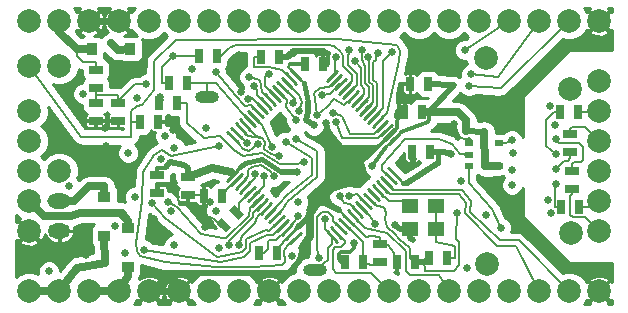
<source format=gbl>
G04 (created by PCBNEW-RS274X (2011-05-25)-stable) date Mon 08 Dec 2014 09:37:15 GMT*
G01*
G70*
G90*
%MOIN*%
G04 Gerber Fmt 3.4, Leading zero omitted, Abs format*
%FSLAX34Y34*%
G04 APERTURE LIST*
%ADD10C,0.006000*%
%ADD11C,0.009800*%
%ADD12R,0.030000X0.020000*%
%ADD13R,0.025000X0.045000*%
%ADD14R,0.045000X0.025000*%
%ADD15C,0.078700*%
%ADD16O,0.074800X0.051200*%
%ADD17O,0.078300X0.051200*%
%ADD18R,0.040200X0.035400*%
%ADD19R,0.055100X0.047200*%
%ADD20R,0.035400X0.040200*%
%ADD21O,0.078700X0.039400*%
%ADD22C,0.025000*%
%ADD23C,0.007900*%
%ADD24C,0.019700*%
%ADD25C,0.027600*%
%ADD26C,0.011800*%
%ADD27C,0.015700*%
%ADD28C,0.023600*%
%ADD29C,0.010000*%
G04 APERTURE END LIST*
G54D10*
G36*
X59001Y-35843D02*
X59425Y-36267D01*
X59355Y-36337D01*
X58931Y-35913D01*
X59001Y-35843D01*
X59001Y-35843D01*
G37*
G54D11*
X59216Y-36407D02*
X58862Y-36053D01*
X59076Y-36546D02*
X58722Y-36192D01*
X58937Y-36685D02*
X58583Y-36331D01*
X58798Y-36825D02*
X58444Y-36471D01*
X58659Y-36963D02*
X58305Y-36609D01*
X58520Y-37103D02*
X58166Y-36749D01*
X58380Y-37242D02*
X58026Y-36888D01*
X58241Y-37381D02*
X57887Y-37027D01*
X58102Y-37520D02*
X57748Y-37166D01*
X57963Y-37660D02*
X57609Y-37306D01*
X57824Y-37798D02*
X57470Y-37444D01*
X57685Y-37938D02*
X57331Y-37584D01*
X57545Y-38077D02*
X57191Y-37723D01*
X57406Y-38216D02*
X57052Y-37862D01*
X57267Y-38356D02*
X56913Y-38002D01*
X56041Y-38046D02*
X55687Y-38400D01*
X55902Y-37907D02*
X55548Y-38261D01*
X55763Y-37767D02*
X55409Y-38121D01*
X55623Y-37628D02*
X55269Y-37982D01*
X55484Y-37489D02*
X55130Y-37843D01*
X55346Y-37350D02*
X54992Y-37704D01*
X55206Y-37211D02*
X54852Y-37565D01*
X55067Y-37072D02*
X54713Y-37426D01*
X54928Y-36932D02*
X54574Y-37286D01*
X54788Y-36793D02*
X54434Y-37147D01*
X54649Y-36654D02*
X54295Y-37008D01*
X54510Y-36515D02*
X54156Y-36869D01*
X54371Y-36376D02*
X54017Y-36730D01*
X54232Y-36237D02*
X53878Y-36591D01*
X54093Y-36097D02*
X53739Y-36451D01*
X53953Y-35958D02*
X53599Y-36312D01*
X53953Y-35042D02*
X53599Y-34688D01*
X54093Y-34903D02*
X53739Y-34549D01*
X54232Y-34763D02*
X53878Y-34409D01*
X54371Y-34624D02*
X54017Y-34270D01*
X54510Y-34485D02*
X54156Y-34131D01*
X54649Y-34346D02*
X54295Y-33992D01*
X54788Y-34207D02*
X54434Y-33853D01*
X54928Y-34068D02*
X54574Y-33714D01*
X55067Y-33928D02*
X54713Y-33574D01*
X55206Y-33789D02*
X54852Y-33435D01*
X55346Y-33650D02*
X54992Y-33296D01*
X55484Y-33511D02*
X55130Y-33157D01*
X55623Y-33372D02*
X55269Y-33018D01*
X55763Y-33233D02*
X55409Y-32879D01*
X55902Y-33093D02*
X55548Y-32739D01*
X56041Y-32954D02*
X55687Y-32600D01*
X57267Y-32644D02*
X56913Y-32998D01*
X57406Y-32784D02*
X57052Y-33138D01*
X57685Y-33062D02*
X57331Y-33416D01*
X57550Y-32918D02*
X57196Y-33272D01*
X57824Y-33202D02*
X57470Y-33556D01*
X57963Y-33340D02*
X57609Y-33694D01*
X58102Y-33480D02*
X57748Y-33834D01*
X58241Y-33619D02*
X57887Y-33973D01*
X58380Y-33758D02*
X58026Y-34112D01*
X58520Y-33897D02*
X58166Y-34251D01*
X58657Y-34035D02*
X58303Y-34389D01*
X58796Y-34174D02*
X58442Y-34528D01*
X58935Y-34313D02*
X58581Y-34667D01*
X59075Y-34453D02*
X58721Y-34807D01*
X59213Y-34591D02*
X58859Y-34945D01*
X59353Y-34730D02*
X58999Y-35084D01*
G54D12*
X61646Y-35820D03*
X61646Y-35070D03*
X62646Y-35820D03*
X61646Y-35445D03*
X62646Y-35070D03*
G54D10*
G36*
X53540Y-38038D02*
X53222Y-37720D01*
X53398Y-37544D01*
X53716Y-37862D01*
X53540Y-38038D01*
X53540Y-38038D01*
G37*
G36*
X53964Y-37614D02*
X53646Y-37296D01*
X53822Y-37120D01*
X54140Y-37438D01*
X53964Y-37614D01*
X53964Y-37614D01*
G37*
G54D13*
X60930Y-38878D03*
X60330Y-38878D03*
X51334Y-33720D03*
X51934Y-33720D03*
X52663Y-32165D03*
X53263Y-32165D03*
X51649Y-33051D03*
X52249Y-33051D03*
X50704Y-34350D03*
X51304Y-34350D03*
X60355Y-35370D03*
X59755Y-35370D03*
G54D14*
X51260Y-36117D03*
X51260Y-36717D03*
G54D13*
X59847Y-39016D03*
X59247Y-39016D03*
X60290Y-33091D03*
X59690Y-33091D03*
X54641Y-38724D03*
X55241Y-38724D03*
G54D14*
X52280Y-36204D03*
X52280Y-36804D03*
G54D13*
X54739Y-32185D03*
X55339Y-32185D03*
X60103Y-34035D03*
X59503Y-34035D03*
X56180Y-32441D03*
X56780Y-32441D03*
X53410Y-36815D03*
X52810Y-36815D03*
G54D14*
X58701Y-39040D03*
X58701Y-38440D03*
G54D15*
X66000Y-38000D03*
X66000Y-37000D03*
X66000Y-36000D03*
X66000Y-35000D03*
X66000Y-34000D03*
X66000Y-33000D03*
X47000Y-38000D03*
X47000Y-37000D03*
X47000Y-36000D03*
X47000Y-35000D03*
X47000Y-34000D03*
G54D16*
X48000Y-38000D03*
G54D17*
X48000Y-37000D03*
G54D15*
X48000Y-36000D03*
X48000Y-32500D03*
X47000Y-32500D03*
G54D18*
X49500Y-38146D03*
X49500Y-36854D03*
X50276Y-39189D03*
X50276Y-37897D03*
G54D13*
X58139Y-39016D03*
X57539Y-39016D03*
G54D15*
X47000Y-40000D03*
X48000Y-40000D03*
X49000Y-40000D03*
X50000Y-40000D03*
X51000Y-40000D03*
X52000Y-40000D03*
X53000Y-40000D03*
X54000Y-40000D03*
X55000Y-40000D03*
X56000Y-40000D03*
X57000Y-40000D03*
X58000Y-40000D03*
X59000Y-40000D03*
X60000Y-40000D03*
X61000Y-40000D03*
X62000Y-40000D03*
X63000Y-40000D03*
X64000Y-40000D03*
X65000Y-40000D03*
X66000Y-40000D03*
X47000Y-31000D03*
X48000Y-31000D03*
X49000Y-31000D03*
X50000Y-31000D03*
X51000Y-31000D03*
X52000Y-31000D03*
X53000Y-31000D03*
X54000Y-31000D03*
X55000Y-31000D03*
X56000Y-31000D03*
X57000Y-31000D03*
X58000Y-31000D03*
X59000Y-31000D03*
X60000Y-31000D03*
X61000Y-31000D03*
X62000Y-31000D03*
X63000Y-31000D03*
X64000Y-31000D03*
X65000Y-31000D03*
X66000Y-31000D03*
G54D19*
X59689Y-37921D03*
X60555Y-37173D03*
X59689Y-37173D03*
X60555Y-37921D03*
G54D15*
X65032Y-33269D03*
X62212Y-32243D03*
X65071Y-38070D03*
X62251Y-39096D03*
G54D20*
X49078Y-31929D03*
X50370Y-31929D03*
G54D13*
X64739Y-37185D03*
X65339Y-37185D03*
G54D14*
X65098Y-36599D03*
X65098Y-35999D03*
G54D13*
X65280Y-34016D03*
X64680Y-34016D03*
G54D14*
X65039Y-34759D03*
X65039Y-35359D03*
X49213Y-33716D03*
X49213Y-34316D03*
X49213Y-32613D03*
X49213Y-33213D03*
X49961Y-33716D03*
X49961Y-34316D03*
G54D21*
X56516Y-39291D03*
X52933Y-33543D03*
G54D22*
X51634Y-37028D03*
X55543Y-35016D03*
X55102Y-35197D03*
X53307Y-35169D03*
X56606Y-34138D03*
X55339Y-35496D03*
X55150Y-36177D03*
X63091Y-36457D03*
X63091Y-34961D03*
X54616Y-35089D03*
X63091Y-35945D03*
X55000Y-32772D03*
X63110Y-35394D03*
X54335Y-32862D03*
X56654Y-38898D03*
X55890Y-34291D03*
X55799Y-33736D03*
X55988Y-33988D03*
X57228Y-32209D03*
X54488Y-33161D03*
X50906Y-33110D03*
X54819Y-36157D03*
X57850Y-32339D03*
X58094Y-31961D03*
X58299Y-32205D03*
X58630Y-32067D03*
X59098Y-32024D03*
X57118Y-34051D03*
X61516Y-31959D03*
X57224Y-34350D03*
X61732Y-32776D03*
X57667Y-36831D03*
X58528Y-37744D03*
X57642Y-31972D03*
X53992Y-38461D03*
X53642Y-38465D03*
X54291Y-33594D03*
X61240Y-37402D03*
X61663Y-33159D03*
X51800Y-32150D03*
X54252Y-35069D03*
X56850Y-37606D03*
X56772Y-33465D03*
X50827Y-38622D03*
X51083Y-37067D03*
X62709Y-37882D03*
X54508Y-36083D03*
X57343Y-36831D03*
X56161Y-35679D03*
X64291Y-36949D03*
X64350Y-33839D03*
X64508Y-34449D03*
X64390Y-37402D03*
X58425Y-35815D03*
X60512Y-37835D03*
X61043Y-35413D03*
X55935Y-36014D03*
X55750Y-38825D03*
X53228Y-37319D03*
X56484Y-34476D03*
X55949Y-37484D03*
X57835Y-38406D03*
X61555Y-34665D03*
X55965Y-37028D03*
X50600Y-33550D03*
X53098Y-35909D03*
X52425Y-32600D03*
X52894Y-34567D03*
X61398Y-36319D03*
X48799Y-33425D03*
X50197Y-38740D03*
X50295Y-35394D03*
X61594Y-39213D03*
X49854Y-37835D03*
X50531Y-36850D03*
X55709Y-32087D03*
X55709Y-32087D03*
X53976Y-32126D03*
X55335Y-34622D03*
X54071Y-33358D03*
X51378Y-35591D03*
X49567Y-35157D03*
X51004Y-31988D03*
X61154Y-34437D03*
X59185Y-37807D03*
X59803Y-35591D03*
X52756Y-37264D03*
X56890Y-34409D03*
X56890Y-32441D03*
X62217Y-37449D03*
X55217Y-36762D03*
X56654Y-36969D03*
X58220Y-36189D03*
X53327Y-38563D03*
X51803Y-34618D03*
X51811Y-36378D03*
X48898Y-38780D03*
X48642Y-37894D03*
X50059Y-36850D03*
X51142Y-37579D03*
X49528Y-34567D03*
X53039Y-37031D03*
X52870Y-37862D03*
X53228Y-32697D03*
X55874Y-34917D03*
X51358Y-33524D03*
X47657Y-39331D03*
X51732Y-37343D03*
X51831Y-38465D03*
X51831Y-35217D03*
X51535Y-34823D03*
X48327Y-36496D03*
X50118Y-37441D03*
X64543Y-35939D03*
X64543Y-34939D03*
X64543Y-36439D03*
X64543Y-35439D03*
X49724Y-31732D03*
G54D23*
X54611Y-36970D02*
X54605Y-36970D01*
X53465Y-38232D02*
X52717Y-38091D01*
X51909Y-37185D02*
X51634Y-37028D01*
X52717Y-38091D02*
X51909Y-37185D01*
G54D10*
X54307Y-37488D02*
X53563Y-38213D01*
X53563Y-38213D02*
X53465Y-38232D01*
X54350Y-37224D02*
X54307Y-37488D01*
G54D23*
X54351Y-37224D02*
X54350Y-37224D01*
X54605Y-36970D02*
X54351Y-37224D01*
X55029Y-37388D02*
X55034Y-37388D01*
X56417Y-35551D02*
X55543Y-35016D01*
X56427Y-36114D02*
X56417Y-35551D01*
X55590Y-36792D02*
X56427Y-36114D01*
X55335Y-37087D02*
X55590Y-36792D01*
X55034Y-37388D02*
X55335Y-37087D01*
X55102Y-35197D02*
X54764Y-34461D01*
X54764Y-34461D02*
X54472Y-34169D01*
X53307Y-35169D02*
X53315Y-35169D01*
X55517Y-39026D02*
X55504Y-38661D01*
X55504Y-38661D02*
X55587Y-38500D01*
X55587Y-38500D02*
X55864Y-38223D01*
X54445Y-39181D02*
X55433Y-39122D01*
X55433Y-39122D02*
X55517Y-39026D01*
X53224Y-39189D02*
X54445Y-39181D01*
X51531Y-39035D02*
X53224Y-39189D01*
X50803Y-36016D02*
X50768Y-36988D01*
X50768Y-36988D02*
X50571Y-38386D01*
X50571Y-38386D02*
X50582Y-38648D01*
X50582Y-38648D02*
X50679Y-38838D01*
X50679Y-38838D02*
X51531Y-39035D01*
X53315Y-35169D02*
X51713Y-35492D01*
X51713Y-35492D02*
X51417Y-35295D01*
X51161Y-35450D02*
X50803Y-36016D01*
X51417Y-35295D02*
X51161Y-35450D01*
X52249Y-33051D02*
X52933Y-33051D01*
X52933Y-33051D02*
X52933Y-33543D01*
X54333Y-34308D02*
X54328Y-34308D01*
X54328Y-34308D02*
X54075Y-34055D01*
X54075Y-34055D02*
X53228Y-33051D01*
X53228Y-33051D02*
X52249Y-33051D01*
X50704Y-34350D02*
X50394Y-34350D01*
X50591Y-33819D02*
X50591Y-33819D01*
X50748Y-33799D02*
X51157Y-33297D01*
X51157Y-33297D02*
X51161Y-32323D01*
X51161Y-32323D02*
X51890Y-31614D01*
X50591Y-33819D02*
X50748Y-33799D01*
X51890Y-31614D02*
X57244Y-31594D01*
X59370Y-32008D02*
X59327Y-32315D01*
X59252Y-31791D02*
X59370Y-32008D01*
X57244Y-31594D02*
X59252Y-31791D01*
X59327Y-32315D02*
X58925Y-34045D01*
X58925Y-34045D02*
X58619Y-34351D01*
X50591Y-33819D02*
X50394Y-33996D01*
X50394Y-33996D02*
X50394Y-34350D01*
X50394Y-34350D02*
X50394Y-34866D01*
X50394Y-34866D02*
X48720Y-34862D01*
X48720Y-34862D02*
X47000Y-32500D01*
G54D10*
X56496Y-33386D02*
X56693Y-33228D01*
X56693Y-33228D02*
X56998Y-33189D01*
X56998Y-33189D02*
X57229Y-32961D01*
X56606Y-34138D02*
X56528Y-33583D01*
X56528Y-33583D02*
X56496Y-33386D01*
G54D23*
X57504Y-33791D02*
X57786Y-33517D01*
G54D10*
X56917Y-33870D02*
X57161Y-33594D01*
G54D23*
X56606Y-34138D02*
X56917Y-33870D01*
X57161Y-33594D02*
X57504Y-33791D01*
G54D10*
X54744Y-34882D02*
X54570Y-34823D01*
X54570Y-34823D02*
X54194Y-34447D01*
X54292Y-34823D02*
X54055Y-34586D01*
X54744Y-34882D02*
X54292Y-34823D01*
X55339Y-35496D02*
X55059Y-35433D01*
X55059Y-35433D02*
X54819Y-35276D01*
X54819Y-35276D02*
X54850Y-35012D01*
X54850Y-35012D02*
X54744Y-34882D01*
G54D23*
X54059Y-36414D02*
X54295Y-36177D01*
G54D10*
X54295Y-36177D02*
X54276Y-35969D01*
G54D23*
X54276Y-35969D02*
X54417Y-35871D01*
X54417Y-35871D02*
X54708Y-35795D01*
X54708Y-35795D02*
X55017Y-35996D01*
X55017Y-35996D02*
X55150Y-36177D01*
X54059Y-36414D02*
X54055Y-36414D01*
X62646Y-35070D02*
X62902Y-35071D01*
X62902Y-35071D02*
X63091Y-34961D01*
X59039Y-36230D02*
X59025Y-36230D01*
X59025Y-36230D02*
X58740Y-35945D01*
X58740Y-35945D02*
X58760Y-35807D01*
X58760Y-35807D02*
X59508Y-34941D01*
X59508Y-34941D02*
X60650Y-34941D01*
G54D10*
X60650Y-34941D02*
X60650Y-34941D01*
X60650Y-34941D02*
X61099Y-35087D01*
X61099Y-35087D02*
X61346Y-35441D01*
X61346Y-35441D02*
X61646Y-35445D01*
G54D23*
X54311Y-35315D02*
X54616Y-35089D01*
X53776Y-34865D02*
X53995Y-35089D01*
G54D10*
X53995Y-35089D02*
X54114Y-35256D01*
X54114Y-35256D02*
X54311Y-35315D01*
G54D23*
X55169Y-33473D02*
X55166Y-33473D01*
X55166Y-33473D02*
X54862Y-33169D01*
X54862Y-33169D02*
X54862Y-32835D01*
X54862Y-32835D02*
X55000Y-32772D01*
X55009Y-33612D02*
X55029Y-33612D01*
X54689Y-32963D02*
X54335Y-32862D01*
G54D10*
X54752Y-33355D02*
X54689Y-32963D01*
G54D23*
X55009Y-33612D02*
X54752Y-33355D01*
X57368Y-37900D02*
X57368Y-37899D01*
X57368Y-37899D02*
X57114Y-37645D01*
X57114Y-37645D02*
X57114Y-37523D01*
X57114Y-37523D02*
X56965Y-37374D01*
X56965Y-37374D02*
X56752Y-37374D01*
X56752Y-37374D02*
X56594Y-37532D01*
X56594Y-37532D02*
X56594Y-38590D01*
X56594Y-38590D02*
X56654Y-38898D01*
X57229Y-38039D02*
X57229Y-38040D01*
X58405Y-39405D02*
X59000Y-40000D01*
X57214Y-39389D02*
X58405Y-39405D01*
X57118Y-39245D02*
X57214Y-39389D01*
X57118Y-38630D02*
X57118Y-39245D01*
X57205Y-38543D02*
X57118Y-38630D01*
G54D10*
X57382Y-38531D02*
X57205Y-38543D01*
X57531Y-38394D02*
X57382Y-38531D01*
G54D23*
X57531Y-38342D02*
X57531Y-38394D01*
X57229Y-38040D02*
X57531Y-38342D01*
X55307Y-33334D02*
X55314Y-33334D01*
X55314Y-33334D02*
X55591Y-33611D01*
X55591Y-33611D02*
X55547Y-33846D01*
X55547Y-33846D02*
X55890Y-34291D01*
X55890Y-34291D02*
X55890Y-34291D01*
X55446Y-33195D02*
X55447Y-33195D01*
X55447Y-33195D02*
X55854Y-33602D01*
X55854Y-33602D02*
X55799Y-33736D01*
X55586Y-33056D02*
X55586Y-33058D01*
X55586Y-33058D02*
X55984Y-33456D01*
X55984Y-33456D02*
X56075Y-33693D01*
X56075Y-33693D02*
X55988Y-33988D01*
G54D10*
X57090Y-32821D02*
X57100Y-32821D01*
X57177Y-32260D02*
X57228Y-32209D01*
X57177Y-32744D02*
X57177Y-32260D01*
X57100Y-32821D02*
X57177Y-32744D01*
G54D23*
X54606Y-33472D02*
X54606Y-33303D01*
X54606Y-33303D02*
X54488Y-33161D01*
X54885Y-33751D02*
X54890Y-33751D01*
X54885Y-33751D02*
X54606Y-33472D01*
X49961Y-33661D02*
X50512Y-33110D01*
X50512Y-33110D02*
X50906Y-33110D01*
X49961Y-33716D02*
X49961Y-33661D01*
X49961Y-33716D02*
X49961Y-33465D01*
X49961Y-33465D02*
X49213Y-33465D01*
X49213Y-33716D02*
X49213Y-33465D01*
X49213Y-33465D02*
X49213Y-33213D01*
X54472Y-36831D02*
X54472Y-36828D01*
X54472Y-36828D02*
X54819Y-36481D01*
X54819Y-36481D02*
X54819Y-36157D01*
X57925Y-33657D02*
X57930Y-33657D01*
X57930Y-33657D02*
X58169Y-33418D01*
X58169Y-33418D02*
X58169Y-33244D01*
G54D10*
X58169Y-33244D02*
X58043Y-33118D01*
X58043Y-33118D02*
X58043Y-32574D01*
G54D23*
X58043Y-32574D02*
X57850Y-32339D01*
X58064Y-33796D02*
X58064Y-33791D01*
X58064Y-33791D02*
X58319Y-33536D01*
X58319Y-33536D02*
X58319Y-33205D01*
G54D10*
X58319Y-33205D02*
X58173Y-33059D01*
X58083Y-32252D02*
X58083Y-32060D01*
X58181Y-32535D02*
X58083Y-32252D01*
X58173Y-33059D02*
X58181Y-32535D01*
G54D23*
X58083Y-32060D02*
X58094Y-31961D01*
X58203Y-33935D02*
X58203Y-33934D01*
X58203Y-33934D02*
X58453Y-33684D01*
G54D10*
X58453Y-33684D02*
X58453Y-33138D01*
G54D23*
X58453Y-33138D02*
X58327Y-33012D01*
X58327Y-33012D02*
X58327Y-32233D01*
X58327Y-32233D02*
X58299Y-32205D01*
X58343Y-34074D02*
X58343Y-34067D01*
X58343Y-34067D02*
X58591Y-33819D01*
G54D10*
X58591Y-33819D02*
X58591Y-33076D01*
G54D23*
X58591Y-33076D02*
X58469Y-32954D01*
X58469Y-32954D02*
X58469Y-32374D01*
X58469Y-32374D02*
X58547Y-32296D01*
X58547Y-32296D02*
X58547Y-32150D01*
X58547Y-32150D02*
X58630Y-32067D01*
X58480Y-34212D02*
X58480Y-34206D01*
X58799Y-32323D02*
X59098Y-32024D01*
X58799Y-33887D02*
X58799Y-32323D01*
X58480Y-34206D02*
X58799Y-33887D01*
G54D10*
X58758Y-34490D02*
X58488Y-34760D01*
X58488Y-34760D02*
X57689Y-34760D01*
X57689Y-34760D02*
X57429Y-34146D01*
X57429Y-34146D02*
X57118Y-34051D01*
G54D23*
X61516Y-31959D02*
X63000Y-31000D01*
X58898Y-34630D02*
X58890Y-34630D01*
X58890Y-34630D02*
X58630Y-34890D01*
X58630Y-34890D02*
X57422Y-34890D01*
X57422Y-34890D02*
X57224Y-34350D01*
X61732Y-32776D02*
X62618Y-32854D01*
X62618Y-32854D02*
X64000Y-31000D01*
X58203Y-37065D02*
X58203Y-37057D01*
X58203Y-37057D02*
X57913Y-36772D01*
X57913Y-36772D02*
X57667Y-36831D01*
X58064Y-37204D02*
X58064Y-37205D01*
X58064Y-37205D02*
X58351Y-37492D01*
X58351Y-37492D02*
X58528Y-37744D01*
X57647Y-33379D02*
X57647Y-33377D01*
X57647Y-33377D02*
X57913Y-33111D01*
X57913Y-33111D02*
X57913Y-32945D01*
G54D10*
X57913Y-32945D02*
X57917Y-32941D01*
X57917Y-32941D02*
X57917Y-32760D01*
X57917Y-32760D02*
X57630Y-32473D01*
X57630Y-32473D02*
X57630Y-32260D01*
G54D23*
X57630Y-32260D02*
X57642Y-31972D01*
G54D10*
X58899Y-36369D02*
X58909Y-36369D01*
X63307Y-38307D02*
X65000Y-40000D01*
X62690Y-38307D02*
X63307Y-38307D01*
X61691Y-37349D02*
X62690Y-38307D01*
X61732Y-37008D02*
X61691Y-37349D01*
X61437Y-36614D02*
X61732Y-37008D01*
X59134Y-36614D02*
X61437Y-36614D01*
X58909Y-36369D02*
X59134Y-36614D01*
X58760Y-36508D02*
X59035Y-36772D01*
X63228Y-38504D02*
X64000Y-40000D01*
X61516Y-37382D02*
X62598Y-38504D01*
X62598Y-38504D02*
X63228Y-38504D01*
X61556Y-37060D02*
X61516Y-37382D01*
X61339Y-36772D02*
X61556Y-37060D01*
X59035Y-36772D02*
X61339Y-36772D01*
X57786Y-37483D02*
X57794Y-37483D01*
X60650Y-39449D02*
X61000Y-40000D01*
X59685Y-39449D02*
X60650Y-39449D01*
X59547Y-39311D02*
X59685Y-39449D01*
X59547Y-38661D02*
X59547Y-39311D01*
X58909Y-38055D02*
X59547Y-38661D01*
X58201Y-37890D02*
X58909Y-38055D01*
X57794Y-37483D02*
X58201Y-37890D01*
G54D23*
X54890Y-37249D02*
X54885Y-37249D01*
X54094Y-38169D02*
X53992Y-38461D01*
X54508Y-37717D02*
X54094Y-38169D01*
X54594Y-37540D02*
X54508Y-37717D01*
X54885Y-37249D02*
X54594Y-37540D01*
X54751Y-37109D02*
X54742Y-37109D01*
G54D10*
X54742Y-37109D02*
X54449Y-37402D01*
X54449Y-37402D02*
X54449Y-37517D01*
X54449Y-37517D02*
X53642Y-38324D01*
G54D23*
X53642Y-38324D02*
X53642Y-38465D01*
X54751Y-33891D02*
X54749Y-33891D01*
X54749Y-33891D02*
X54417Y-33559D01*
X54417Y-33559D02*
X54291Y-33594D01*
G54D10*
X57508Y-37761D02*
X57525Y-37761D01*
X58115Y-38351D02*
X58139Y-39016D01*
X57525Y-37761D02*
X58115Y-38351D01*
X58139Y-39016D02*
X58375Y-39130D01*
X58375Y-39130D02*
X58654Y-39130D01*
X58654Y-39130D02*
X58630Y-39106D01*
X58630Y-39106D02*
X58701Y-39040D01*
X59685Y-38878D02*
X59685Y-38563D01*
X58878Y-37378D02*
X58807Y-37181D01*
X58843Y-37587D02*
X58878Y-37378D01*
X58937Y-37874D02*
X58843Y-37587D01*
X59173Y-38091D02*
X58937Y-37874D01*
X59331Y-38248D02*
X59173Y-38091D01*
X58807Y-37181D02*
X58577Y-37160D01*
X58343Y-36926D02*
X58577Y-37160D01*
X59685Y-38563D02*
X59331Y-38248D01*
X59685Y-38878D02*
X59847Y-39016D01*
G54D23*
X59847Y-39016D02*
X60024Y-39020D01*
X60024Y-39020D02*
X60177Y-39173D01*
X60177Y-39173D02*
X60177Y-39291D01*
X60177Y-39291D02*
X60197Y-39311D01*
X60197Y-39311D02*
X61161Y-39311D01*
X61161Y-39311D02*
X61339Y-39133D01*
X61339Y-39133D02*
X61339Y-38366D01*
X61339Y-38366D02*
X61220Y-38247D01*
X61220Y-38247D02*
X61240Y-37402D01*
X61663Y-33159D02*
X62717Y-33228D01*
X62717Y-33228D02*
X65000Y-31000D01*
G54D24*
X59847Y-39016D02*
X60157Y-39020D01*
X60157Y-39020D02*
X60330Y-38878D01*
G54D10*
X51649Y-33051D02*
X51418Y-33051D01*
X51417Y-32533D02*
X51800Y-32150D01*
X51417Y-33050D02*
X51417Y-32533D01*
X51418Y-33051D02*
X51417Y-33050D01*
X52663Y-32165D02*
X51820Y-32165D01*
X51811Y-32156D02*
X51800Y-32150D01*
X51820Y-32165D02*
X51811Y-32156D01*
X58621Y-36648D02*
X58628Y-36648D01*
X59516Y-37000D02*
X59689Y-37173D01*
X58980Y-37000D02*
X59516Y-37000D01*
X58628Y-36648D02*
X58980Y-37000D01*
G54D23*
X57090Y-38179D02*
X57090Y-38422D01*
X57090Y-38422D02*
X56949Y-38544D01*
X56949Y-38544D02*
X56949Y-38957D01*
X56949Y-38957D02*
X56516Y-39291D01*
X53916Y-34726D02*
X53916Y-34733D01*
X54252Y-35069D02*
X53916Y-34733D01*
G54D10*
X57087Y-38179D02*
X56841Y-37933D01*
X56841Y-37933D02*
X56850Y-37606D01*
X57090Y-38179D02*
X57087Y-38179D01*
G54D23*
X57338Y-33095D02*
X57008Y-33425D01*
X57008Y-33425D02*
X56772Y-33465D01*
X57338Y-33095D02*
X57373Y-33095D01*
X55443Y-37805D02*
X55114Y-38142D01*
G54D10*
X55114Y-38142D02*
X54921Y-38142D01*
G54D23*
X54921Y-38142D02*
X54370Y-38386D01*
X54370Y-38386D02*
X54370Y-38386D01*
X54350Y-38661D02*
X54142Y-38858D01*
X54370Y-38386D02*
X54350Y-38661D01*
X54142Y-38858D02*
X53399Y-39025D01*
X53399Y-39025D02*
X53169Y-39004D01*
X53169Y-39004D02*
X50827Y-38622D01*
X55446Y-37805D02*
X55443Y-37805D01*
X55307Y-37666D02*
X55307Y-37685D01*
X55307Y-37685D02*
X55004Y-38008D01*
X55004Y-38008D02*
X54882Y-37972D01*
X54079Y-38689D02*
X53444Y-38843D01*
X54232Y-38268D02*
X54213Y-38563D01*
X54213Y-38563D02*
X54079Y-38689D01*
X54882Y-37972D02*
X54232Y-38268D01*
X53444Y-38843D02*
X53268Y-38858D01*
X53268Y-38858D02*
X51508Y-37547D01*
X51508Y-37547D02*
X51083Y-37067D01*
X54194Y-36553D02*
X54195Y-36553D01*
X61646Y-36390D02*
X62421Y-37264D01*
X62421Y-37264D02*
X62709Y-37882D01*
X61646Y-35820D02*
X61646Y-36390D01*
X54195Y-36553D02*
X54508Y-36240D01*
X54508Y-36240D02*
X54508Y-36083D01*
X57925Y-37343D02*
X57925Y-37334D01*
X57925Y-37334D02*
X57687Y-37106D01*
X57687Y-37106D02*
X57480Y-37047D01*
X57480Y-37047D02*
X57343Y-36831D01*
G54D10*
X54772Y-35409D02*
X54114Y-35492D01*
X55344Y-35758D02*
X54772Y-35409D01*
G54D23*
X55935Y-35748D02*
X55344Y-35758D01*
X56161Y-35679D02*
X55935Y-35748D01*
X53350Y-34815D02*
X52820Y-34910D01*
X53830Y-35300D02*
X53350Y-34815D01*
X54114Y-35492D02*
X53830Y-35300D01*
X52820Y-34910D02*
X52244Y-34390D01*
X52244Y-34390D02*
X52244Y-33720D01*
X52244Y-33720D02*
X51934Y-33720D01*
X57508Y-33239D02*
X57509Y-33239D01*
X57509Y-33239D02*
X57756Y-32992D01*
X57756Y-32992D02*
X57756Y-32795D01*
X57756Y-32795D02*
X57457Y-32496D01*
X57457Y-32496D02*
X57465Y-32161D01*
X57386Y-32012D02*
X57165Y-31831D01*
X57465Y-32161D02*
X57386Y-32012D01*
X57165Y-31831D02*
X56969Y-31791D01*
X56969Y-31791D02*
X53878Y-31791D01*
X53878Y-31791D02*
X53661Y-31890D01*
X53661Y-31890D02*
X53406Y-32165D01*
X53406Y-32165D02*
X53263Y-32165D01*
G54D25*
X48000Y-40000D02*
X47000Y-40000D01*
X49500Y-38146D02*
X49508Y-39075D01*
X49508Y-39075D02*
X48583Y-39213D01*
X48583Y-39213D02*
X48000Y-40000D01*
X50276Y-39189D02*
X50276Y-39508D01*
X50276Y-39508D02*
X50000Y-40000D01*
X50000Y-40000D02*
X49000Y-40000D01*
G54D23*
X65098Y-36599D02*
X65098Y-36752D01*
X65098Y-36752D02*
X65039Y-36811D01*
X65039Y-36811D02*
X65039Y-37461D01*
X65039Y-37461D02*
X65117Y-37539D01*
X65117Y-37539D02*
X65539Y-37539D01*
X65539Y-37539D02*
X66000Y-38000D01*
G54D10*
X65339Y-37185D02*
X65815Y-37185D01*
X65815Y-37185D02*
X66000Y-37000D01*
G54D24*
X66000Y-37000D02*
X65977Y-37000D01*
G54D23*
X65039Y-34759D02*
X65039Y-34587D01*
X65039Y-34587D02*
X65098Y-34528D01*
X65098Y-34528D02*
X65528Y-34528D01*
X65528Y-34528D02*
X66000Y-35000D01*
X65280Y-34016D02*
X65531Y-34016D01*
X65531Y-34016D02*
X66000Y-34000D01*
G54D26*
X57835Y-38406D02*
X57815Y-38559D01*
X57398Y-39016D02*
X57539Y-39016D01*
X57311Y-38929D02*
X57398Y-39016D01*
X57311Y-38748D02*
X57311Y-38929D01*
X57376Y-38683D02*
X57311Y-38748D01*
X57691Y-38683D02*
X57376Y-38683D01*
X57815Y-38559D02*
X57691Y-38683D01*
G54D23*
X59178Y-36090D02*
X59181Y-36090D01*
G54D27*
X60634Y-35437D02*
X60630Y-35728D01*
X60567Y-35370D02*
X60634Y-35437D01*
G54D24*
X59606Y-36378D02*
X60630Y-35728D01*
G54D27*
X59469Y-36378D02*
X59606Y-36378D01*
X60567Y-35370D02*
X60355Y-35370D01*
G54D23*
X59181Y-36090D02*
X59469Y-36378D01*
X59176Y-34907D02*
X59176Y-34902D01*
G54D26*
X60335Y-34055D02*
X60315Y-34035D01*
X60335Y-34310D02*
X60335Y-34055D01*
X60275Y-34370D02*
X60335Y-34310D01*
X59398Y-34693D02*
X60275Y-34370D01*
G54D23*
X59176Y-34902D02*
X59398Y-34693D01*
X59176Y-34907D02*
X59172Y-34907D01*
X59172Y-34907D02*
X58878Y-35205D01*
X58878Y-35205D02*
X58886Y-35205D01*
G54D26*
X58425Y-35815D02*
X58886Y-35205D01*
G54D10*
X60555Y-37921D02*
X60555Y-37173D01*
G54D25*
X60555Y-37921D02*
X60512Y-37835D01*
G54D24*
X60355Y-35370D02*
X60814Y-35370D01*
X60814Y-35370D02*
X61043Y-35413D01*
G54D25*
X61555Y-34665D02*
X61555Y-34302D01*
X61288Y-34035D02*
X60103Y-34035D01*
X61555Y-34302D02*
X61288Y-34035D01*
G54D10*
X53776Y-36135D02*
X53715Y-36027D01*
G54D25*
X53091Y-35906D02*
X52280Y-36204D01*
X53715Y-36027D02*
X53091Y-35906D01*
G54D23*
X53776Y-36135D02*
X53776Y-36129D01*
X53776Y-36129D02*
X54037Y-35868D01*
G54D27*
X54037Y-35868D02*
X54173Y-35732D01*
X54173Y-35732D02*
X54744Y-35600D01*
X54744Y-35600D02*
X55404Y-36024D01*
G54D24*
X55404Y-36024D02*
X55935Y-36014D01*
X52280Y-35891D02*
X52280Y-36204D01*
G54D26*
X51260Y-35906D02*
X51496Y-35906D01*
X51496Y-35906D02*
X51555Y-35846D01*
G54D24*
X51555Y-35846D02*
X51693Y-35709D01*
X51693Y-35709D02*
X52169Y-35780D01*
X52169Y-35780D02*
X52280Y-35891D01*
G54D26*
X51260Y-36117D02*
X51260Y-35906D01*
G54D23*
X54641Y-38724D02*
X54816Y-38724D01*
X54816Y-38724D02*
X54941Y-38599D01*
X54941Y-38599D02*
X54941Y-38350D01*
X54941Y-38350D02*
X54988Y-38303D01*
X54988Y-38303D02*
X55227Y-38303D01*
X55227Y-38303D02*
X55586Y-37944D01*
G54D10*
X60930Y-38878D02*
X61181Y-38878D01*
X61181Y-38878D02*
X61181Y-38504D01*
X61181Y-38504D02*
X60551Y-38346D01*
X60551Y-38346D02*
X60555Y-37921D01*
X60103Y-34035D02*
X60315Y-34035D01*
G54D24*
X60315Y-34035D02*
X60354Y-33996D01*
X60354Y-33996D02*
X61142Y-33130D01*
X61142Y-33130D02*
X60290Y-33091D01*
G54D26*
X56180Y-32441D02*
X55673Y-32441D01*
G54D10*
X55864Y-32773D02*
X55610Y-32539D01*
X55610Y-32539D02*
X55673Y-32441D01*
X55864Y-32773D02*
X55864Y-32777D01*
G54D25*
X62646Y-35820D02*
X62185Y-35827D01*
G54D24*
X62165Y-34685D02*
X61555Y-34665D01*
G54D25*
X62185Y-35827D02*
X62165Y-34685D01*
G54D10*
X56142Y-33071D02*
X55864Y-32777D01*
G54D24*
X56484Y-34476D02*
X56224Y-34299D01*
X56224Y-34299D02*
X56295Y-34031D01*
X56295Y-34031D02*
X56291Y-33685D01*
G54D27*
X56291Y-33685D02*
X56142Y-33071D01*
G54D10*
X55856Y-37674D02*
X55586Y-37944D01*
X55949Y-37484D02*
X55856Y-37674D01*
G54D23*
X49961Y-34316D02*
X49961Y-34567D01*
X49961Y-34567D02*
X49528Y-34567D01*
X49213Y-34316D02*
X49213Y-34567D01*
X49213Y-34567D02*
X49528Y-34567D01*
X51304Y-34350D02*
X51575Y-34350D01*
X51732Y-34449D02*
X51803Y-34618D01*
X51575Y-34350D02*
X51732Y-34449D01*
G54D26*
X55339Y-32185D02*
X55611Y-32185D01*
X55611Y-32185D02*
X55709Y-32087D01*
X59036Y-34768D02*
X59036Y-34763D01*
X59036Y-34763D02*
X59252Y-34547D01*
X59291Y-34035D02*
X59311Y-34035D01*
X59252Y-34547D02*
X59291Y-34035D01*
X59036Y-34768D02*
X58787Y-35020D01*
X58094Y-35697D02*
X58220Y-36189D01*
X58094Y-35697D02*
X58787Y-35020D01*
G54D28*
X51000Y-40000D02*
X52000Y-40000D01*
X49000Y-31000D02*
X50000Y-31000D01*
G54D24*
X59689Y-38214D02*
X59689Y-37921D01*
X59775Y-38300D02*
X59689Y-38214D01*
X55339Y-32185D02*
X55618Y-32181D01*
G54D26*
X56969Y-32441D02*
X56890Y-32441D01*
X56969Y-32077D02*
X56969Y-32441D01*
G54D27*
X56831Y-32004D02*
X56969Y-32077D01*
G54D24*
X55795Y-32004D02*
X56831Y-32004D01*
X55618Y-32181D02*
X55795Y-32004D01*
G54D10*
X56890Y-32441D02*
X56780Y-32441D01*
X58701Y-38440D02*
X58630Y-38488D01*
X59146Y-38749D02*
X59247Y-39016D01*
X59146Y-38736D02*
X59146Y-38749D01*
X58957Y-38449D02*
X59146Y-38736D01*
X58689Y-38449D02*
X58957Y-38449D01*
X58630Y-38488D02*
X58689Y-38449D01*
X58701Y-38440D02*
X58701Y-38209D01*
X58213Y-38189D02*
X58398Y-38154D01*
X57648Y-37621D02*
X58213Y-38189D01*
X57648Y-37621D02*
X57647Y-37621D01*
X58701Y-38209D02*
X58398Y-38154D01*
G54D26*
X51756Y-36673D02*
X51756Y-36512D01*
G54D10*
X51756Y-36512D02*
X51811Y-36378D01*
X52756Y-37264D02*
X52806Y-37264D01*
X52806Y-37264D02*
X53039Y-37031D01*
G54D26*
X52756Y-37264D02*
X52548Y-37264D01*
G54D10*
X52278Y-37152D02*
X52280Y-36804D01*
G54D26*
X52548Y-37264D02*
X52278Y-37152D01*
G54D10*
X52280Y-36804D02*
X52799Y-36804D01*
X52799Y-36804D02*
X52810Y-36815D01*
G54D27*
X51260Y-36717D02*
X51260Y-36417D01*
X51535Y-36417D02*
X51811Y-36378D01*
X51260Y-36417D02*
X51535Y-36417D01*
G54D26*
X51756Y-36673D02*
X51945Y-36850D01*
G54D10*
X51945Y-36850D02*
X51948Y-36969D01*
X51948Y-36969D02*
X52028Y-37046D01*
G54D27*
X52028Y-37046D02*
X52283Y-37047D01*
G54D10*
X52283Y-37047D02*
X52280Y-36804D01*
G54D23*
X55241Y-38724D02*
X55241Y-38597D01*
X55241Y-38597D02*
X55453Y-38385D01*
X55453Y-38385D02*
X55453Y-38356D01*
X55453Y-38356D02*
X55725Y-38084D01*
G54D24*
X61646Y-35070D02*
X61646Y-34961D01*
G54D10*
X61646Y-34961D02*
X61634Y-34921D01*
G54D23*
X61634Y-34921D02*
X61280Y-34902D01*
G54D24*
X61280Y-34902D02*
X61154Y-34584D01*
X61154Y-34584D02*
X61154Y-34437D01*
G54D27*
X55000Y-40000D02*
X54662Y-40000D01*
X54662Y-40000D02*
X54724Y-39390D01*
G54D24*
X59347Y-37921D02*
X59185Y-37807D01*
X59689Y-37921D02*
X59347Y-37921D01*
G54D10*
X59755Y-35370D02*
X59755Y-35535D01*
X59755Y-35535D02*
X59803Y-35591D01*
G54D24*
X52000Y-40000D02*
X52000Y-39858D01*
G54D28*
X52000Y-39858D02*
X51673Y-39390D01*
G54D24*
X51000Y-40000D02*
X51142Y-40000D01*
G54D28*
X51142Y-40000D02*
X51673Y-39390D01*
G54D25*
X56358Y-37421D02*
X56654Y-36969D01*
X56122Y-38524D02*
X56343Y-38150D01*
X56343Y-38150D02*
X56358Y-37421D01*
G54D24*
X55669Y-39390D02*
X56024Y-38957D01*
X56024Y-38957D02*
X56122Y-38524D01*
X54724Y-39390D02*
X55669Y-39390D01*
X51673Y-39390D02*
X54724Y-39390D01*
X56654Y-36969D02*
X56213Y-37638D01*
G54D10*
X55972Y-37846D02*
X55725Y-38084D01*
G54D24*
X56213Y-37638D02*
X55972Y-37846D01*
G54D25*
X57087Y-36575D02*
X56654Y-36969D01*
X58220Y-36189D02*
X57087Y-36575D01*
X56654Y-36969D02*
X56654Y-36969D01*
G54D10*
X52756Y-37264D02*
X52808Y-37264D01*
X53154Y-37610D02*
X53406Y-37862D01*
X52933Y-37496D02*
X53154Y-37610D01*
X52808Y-37264D02*
X52933Y-37496D01*
X53406Y-37862D02*
X53469Y-37791D01*
G54D26*
X59311Y-34035D02*
X59291Y-33465D01*
X59370Y-33091D02*
X59690Y-33091D01*
X59291Y-33465D02*
X59370Y-33091D01*
G54D10*
X59311Y-34035D02*
X59503Y-34035D01*
X56780Y-32441D02*
X56819Y-32437D01*
X56819Y-32437D02*
X56890Y-32441D01*
G54D24*
X58220Y-36189D02*
X56969Y-34685D01*
X56969Y-34685D02*
X56890Y-34409D01*
G54D10*
X57333Y-37307D02*
X57647Y-37621D01*
G54D24*
X56654Y-36969D02*
X57333Y-37307D01*
G54D25*
X48000Y-31000D02*
X48000Y-31346D01*
X48000Y-31346D02*
X48583Y-31929D01*
X48583Y-31929D02*
X49078Y-31929D01*
G54D23*
X49078Y-31929D02*
X48583Y-31929D01*
X48583Y-31929D02*
X48583Y-31910D01*
X48583Y-32166D02*
X48583Y-31910D01*
X48779Y-32362D02*
X48583Y-32166D01*
X49173Y-32362D02*
X48779Y-32362D01*
X49213Y-32402D02*
X49173Y-32362D01*
X49213Y-32613D02*
X49213Y-32402D01*
X54611Y-34030D02*
X54382Y-33807D01*
X54173Y-33819D02*
X53878Y-33485D01*
X53878Y-33485D02*
X53228Y-32697D01*
G54D10*
X54382Y-33807D02*
X54173Y-33819D01*
G54D23*
X55169Y-37527D02*
X55190Y-37527D01*
X55190Y-37527D02*
X55463Y-37254D01*
X55463Y-37254D02*
X55592Y-37016D01*
X55592Y-37016D02*
X56594Y-36187D01*
X56594Y-36187D02*
X56594Y-35326D01*
X56594Y-35326D02*
X55874Y-34917D01*
X51334Y-33720D02*
X51456Y-33622D01*
X51456Y-33622D02*
X51358Y-33524D01*
X53893Y-37367D02*
X53963Y-37438D01*
X53963Y-37438D02*
X53988Y-37413D01*
X53988Y-37413D02*
X53988Y-37125D01*
X53988Y-37125D02*
X53984Y-37121D01*
X53984Y-37121D02*
X53984Y-37044D01*
X53984Y-37044D02*
X54333Y-36695D01*
X54333Y-36695D02*
X54333Y-36692D01*
G54D10*
X55725Y-32916D02*
X55723Y-32916D01*
X54488Y-32185D02*
X54739Y-32185D01*
X54488Y-32539D02*
X54488Y-32185D01*
X54980Y-32539D02*
X54488Y-32539D01*
X55723Y-32916D02*
X55433Y-32626D01*
X55433Y-32626D02*
X54980Y-32539D01*
G54D23*
X53916Y-36274D02*
X53916Y-36277D01*
X53916Y-36277D02*
X53551Y-36642D01*
X53551Y-36642D02*
X53551Y-36674D01*
X53551Y-36674D02*
X53410Y-36815D01*
G54D25*
X50118Y-37499D02*
X50118Y-37441D01*
X50276Y-37657D02*
X50118Y-37499D01*
G54D23*
X50276Y-37897D02*
X50276Y-37657D01*
G54D25*
X47000Y-37000D02*
X47500Y-37500D01*
X47500Y-37500D02*
X48406Y-37500D01*
X48406Y-37500D02*
X48676Y-37382D01*
X48676Y-37382D02*
X50086Y-37382D01*
X50086Y-37382D02*
X50276Y-37657D01*
G54D23*
X65039Y-35359D02*
X65039Y-35572D01*
X65039Y-35572D02*
X64942Y-35669D01*
X64942Y-35669D02*
X64813Y-35669D01*
X64813Y-35669D02*
X64543Y-35939D01*
G54D10*
X64547Y-35943D02*
X64543Y-35939D01*
X64547Y-35943D02*
X64547Y-35945D01*
G54D23*
X65098Y-35999D02*
X65098Y-35768D01*
X65098Y-35768D02*
X65157Y-35709D01*
X65157Y-35709D02*
X65373Y-35709D01*
X65373Y-35709D02*
X65453Y-35629D01*
X65453Y-35629D02*
X65453Y-35197D01*
X65453Y-35197D02*
X65315Y-35059D01*
X65315Y-35059D02*
X64663Y-35059D01*
X64663Y-35059D02*
X64543Y-34939D01*
X64545Y-34941D02*
X64547Y-34941D01*
X64545Y-34941D02*
X64543Y-34939D01*
G54D10*
X64545Y-36437D02*
X64547Y-36437D01*
X64545Y-36437D02*
X64543Y-36439D01*
G54D23*
X64739Y-37185D02*
X64528Y-37185D01*
X64528Y-37185D02*
X64528Y-36454D01*
X64528Y-36454D02*
X64543Y-36439D01*
X64680Y-34016D02*
X64488Y-34016D01*
X64488Y-34016D02*
X64213Y-34291D01*
X64213Y-34291D02*
X64213Y-35147D01*
X64213Y-35147D02*
X64543Y-35439D01*
X64547Y-35435D02*
X64547Y-35433D01*
X64547Y-35435D02*
X64543Y-35439D01*
G54D25*
X49961Y-31949D02*
X50370Y-31929D01*
X49961Y-31949D02*
X49724Y-31732D01*
X48000Y-37000D02*
X48500Y-37000D01*
X48500Y-37000D02*
X49000Y-36500D01*
X49000Y-36500D02*
X49500Y-36500D01*
X49500Y-36500D02*
X49500Y-36854D01*
G54D10*
G36*
X49153Y-37767D02*
X49090Y-37830D01*
X49053Y-37920D01*
X49053Y-38018D01*
X49053Y-38372D01*
X49090Y-38462D01*
X49117Y-38489D01*
X49120Y-38743D01*
X48526Y-38832D01*
X48496Y-38842D01*
X48496Y-38069D01*
X48470Y-38009D01*
X48009Y-38009D01*
X48009Y-38385D01*
X48168Y-38385D01*
X48312Y-38337D01*
X48426Y-38237D01*
X48493Y-38101D01*
X48496Y-38069D01*
X48496Y-38842D01*
X48435Y-38864D01*
X48384Y-38883D01*
X48273Y-38984D01*
X48029Y-39313D01*
X48029Y-39257D01*
X47972Y-39120D01*
X47868Y-39016D01*
X47731Y-38959D01*
X47583Y-38959D01*
X47446Y-39016D01*
X47342Y-39120D01*
X47339Y-39127D01*
X47339Y-38352D01*
X47000Y-38013D01*
X46661Y-38352D01*
X46701Y-38426D01*
X46886Y-38508D01*
X47089Y-38513D01*
X47279Y-38440D01*
X47299Y-38426D01*
X47339Y-38352D01*
X47339Y-39127D01*
X47285Y-39257D01*
X47285Y-39405D01*
X47295Y-39429D01*
X47128Y-39360D01*
X46873Y-39360D01*
X46638Y-39457D01*
X46572Y-39523D01*
X46572Y-38296D01*
X46574Y-38299D01*
X46648Y-38339D01*
X46987Y-38000D01*
X46648Y-37661D01*
X46574Y-37701D01*
X46572Y-37705D01*
X46572Y-37477D01*
X46637Y-37542D01*
X46705Y-37570D01*
X46701Y-37574D01*
X46661Y-37648D01*
X46965Y-37952D01*
X47000Y-37987D01*
X47013Y-38000D01*
X47048Y-38035D01*
X47352Y-38339D01*
X47426Y-38299D01*
X47508Y-38114D01*
X47508Y-38103D01*
X47574Y-38237D01*
X47688Y-38337D01*
X47832Y-38385D01*
X47991Y-38385D01*
X47991Y-38059D01*
X47991Y-38009D01*
X47991Y-37991D01*
X48009Y-37991D01*
X48059Y-37991D01*
X48470Y-37991D01*
X48496Y-37931D01*
X48493Y-37899D01*
X48479Y-37870D01*
X48486Y-37869D01*
X48553Y-37856D01*
X48556Y-37853D01*
X48560Y-37853D01*
X48756Y-37767D01*
X49153Y-37767D01*
X49153Y-37767D01*
G37*
G54D29*
X49153Y-37767D02*
X49090Y-37830D01*
X49053Y-37920D01*
X49053Y-38018D01*
X49053Y-38372D01*
X49090Y-38462D01*
X49117Y-38489D01*
X49120Y-38743D01*
X48526Y-38832D01*
X48496Y-38842D01*
X48496Y-38069D01*
X48470Y-38009D01*
X48009Y-38009D01*
X48009Y-38385D01*
X48168Y-38385D01*
X48312Y-38337D01*
X48426Y-38237D01*
X48493Y-38101D01*
X48496Y-38069D01*
X48496Y-38842D01*
X48435Y-38864D01*
X48384Y-38883D01*
X48273Y-38984D01*
X48029Y-39313D01*
X48029Y-39257D01*
X47972Y-39120D01*
X47868Y-39016D01*
X47731Y-38959D01*
X47583Y-38959D01*
X47446Y-39016D01*
X47342Y-39120D01*
X47339Y-39127D01*
X47339Y-38352D01*
X47000Y-38013D01*
X46661Y-38352D01*
X46701Y-38426D01*
X46886Y-38508D01*
X47089Y-38513D01*
X47279Y-38440D01*
X47299Y-38426D01*
X47339Y-38352D01*
X47339Y-39127D01*
X47285Y-39257D01*
X47285Y-39405D01*
X47295Y-39429D01*
X47128Y-39360D01*
X46873Y-39360D01*
X46638Y-39457D01*
X46572Y-39523D01*
X46572Y-38296D01*
X46574Y-38299D01*
X46648Y-38339D01*
X46987Y-38000D01*
X46648Y-37661D01*
X46574Y-37701D01*
X46572Y-37705D01*
X46572Y-37477D01*
X46637Y-37542D01*
X46705Y-37570D01*
X46701Y-37574D01*
X46661Y-37648D01*
X46965Y-37952D01*
X47000Y-37987D01*
X47013Y-38000D01*
X47048Y-38035D01*
X47352Y-38339D01*
X47426Y-38299D01*
X47508Y-38114D01*
X47508Y-38103D01*
X47574Y-38237D01*
X47688Y-38337D01*
X47832Y-38385D01*
X47991Y-38385D01*
X47991Y-38059D01*
X47991Y-38009D01*
X47991Y-37991D01*
X48009Y-37991D01*
X48059Y-37991D01*
X48470Y-37991D01*
X48496Y-37931D01*
X48493Y-37899D01*
X48479Y-37870D01*
X48486Y-37869D01*
X48553Y-37856D01*
X48556Y-37853D01*
X48560Y-37853D01*
X48756Y-37767D01*
X49153Y-37767D01*
G54D10*
G36*
X50108Y-34578D02*
X49952Y-34577D01*
X49952Y-34538D01*
X49952Y-34325D01*
X49639Y-34325D01*
X49607Y-34357D01*
X49607Y-34466D01*
X49626Y-34513D01*
X49662Y-34550D01*
X49710Y-34570D01*
X49761Y-34570D01*
X49920Y-34570D01*
X49952Y-34538D01*
X49952Y-34577D01*
X49567Y-34577D01*
X49567Y-34466D01*
X49567Y-34357D01*
X49535Y-34325D01*
X49222Y-34325D01*
X49222Y-34538D01*
X49254Y-34570D01*
X49413Y-34570D01*
X49464Y-34570D01*
X49512Y-34550D01*
X49548Y-34513D01*
X49567Y-34466D01*
X49567Y-34577D01*
X49204Y-34576D01*
X49204Y-34538D01*
X49204Y-34325D01*
X48891Y-34325D01*
X48859Y-34357D01*
X48859Y-34466D01*
X48878Y-34513D01*
X48914Y-34550D01*
X48962Y-34570D01*
X49013Y-34570D01*
X49172Y-34570D01*
X49204Y-34538D01*
X49204Y-34576D01*
X48867Y-34576D01*
X47798Y-33109D01*
X47872Y-33140D01*
X48127Y-33140D01*
X48362Y-33043D01*
X48542Y-32863D01*
X48640Y-32628D01*
X48640Y-32606D01*
X48669Y-32626D01*
X48670Y-32626D01*
X48742Y-32640D01*
X48742Y-32787D01*
X48779Y-32877D01*
X48815Y-32913D01*
X48779Y-32949D01*
X48742Y-33039D01*
X48742Y-33053D01*
X48725Y-33053D01*
X48588Y-33110D01*
X48484Y-33214D01*
X48427Y-33351D01*
X48427Y-33499D01*
X48484Y-33636D01*
X48588Y-33740D01*
X48725Y-33797D01*
X48742Y-33797D01*
X48742Y-33890D01*
X48779Y-33980D01*
X48849Y-34050D01*
X48920Y-34079D01*
X48914Y-34082D01*
X48878Y-34119D01*
X48859Y-34166D01*
X48859Y-34275D01*
X48891Y-34307D01*
X49154Y-34307D01*
X49204Y-34307D01*
X49222Y-34307D01*
X49272Y-34307D01*
X49535Y-34307D01*
X49567Y-34275D01*
X49567Y-34166D01*
X49548Y-34119D01*
X49512Y-34082D01*
X49505Y-34079D01*
X49577Y-34050D01*
X49587Y-34040D01*
X49597Y-34050D01*
X49668Y-34079D01*
X49662Y-34082D01*
X49626Y-34119D01*
X49607Y-34166D01*
X49607Y-34275D01*
X49639Y-34307D01*
X49902Y-34307D01*
X49952Y-34307D01*
X49970Y-34307D01*
X49970Y-34325D01*
X49970Y-34375D01*
X49970Y-34538D01*
X50002Y-34570D01*
X50108Y-34570D01*
X50108Y-34578D01*
X50108Y-34578D01*
G37*
G54D29*
X50108Y-34578D02*
X49952Y-34577D01*
X49952Y-34538D01*
X49952Y-34325D01*
X49639Y-34325D01*
X49607Y-34357D01*
X49607Y-34466D01*
X49626Y-34513D01*
X49662Y-34550D01*
X49710Y-34570D01*
X49761Y-34570D01*
X49920Y-34570D01*
X49952Y-34538D01*
X49952Y-34577D01*
X49567Y-34577D01*
X49567Y-34466D01*
X49567Y-34357D01*
X49535Y-34325D01*
X49222Y-34325D01*
X49222Y-34538D01*
X49254Y-34570D01*
X49413Y-34570D01*
X49464Y-34570D01*
X49512Y-34550D01*
X49548Y-34513D01*
X49567Y-34466D01*
X49567Y-34577D01*
X49204Y-34576D01*
X49204Y-34538D01*
X49204Y-34325D01*
X48891Y-34325D01*
X48859Y-34357D01*
X48859Y-34466D01*
X48878Y-34513D01*
X48914Y-34550D01*
X48962Y-34570D01*
X49013Y-34570D01*
X49172Y-34570D01*
X49204Y-34538D01*
X49204Y-34576D01*
X48867Y-34576D01*
X47798Y-33109D01*
X47872Y-33140D01*
X48127Y-33140D01*
X48362Y-33043D01*
X48542Y-32863D01*
X48640Y-32628D01*
X48640Y-32606D01*
X48669Y-32626D01*
X48670Y-32626D01*
X48742Y-32640D01*
X48742Y-32787D01*
X48779Y-32877D01*
X48815Y-32913D01*
X48779Y-32949D01*
X48742Y-33039D01*
X48742Y-33053D01*
X48725Y-33053D01*
X48588Y-33110D01*
X48484Y-33214D01*
X48427Y-33351D01*
X48427Y-33499D01*
X48484Y-33636D01*
X48588Y-33740D01*
X48725Y-33797D01*
X48742Y-33797D01*
X48742Y-33890D01*
X48779Y-33980D01*
X48849Y-34050D01*
X48920Y-34079D01*
X48914Y-34082D01*
X48878Y-34119D01*
X48859Y-34166D01*
X48859Y-34275D01*
X48891Y-34307D01*
X49154Y-34307D01*
X49204Y-34307D01*
X49222Y-34307D01*
X49272Y-34307D01*
X49535Y-34307D01*
X49567Y-34275D01*
X49567Y-34166D01*
X49548Y-34119D01*
X49512Y-34082D01*
X49505Y-34079D01*
X49577Y-34050D01*
X49587Y-34040D01*
X49597Y-34050D01*
X49668Y-34079D01*
X49662Y-34082D01*
X49626Y-34119D01*
X49607Y-34166D01*
X49607Y-34275D01*
X49639Y-34307D01*
X49902Y-34307D01*
X49952Y-34307D01*
X49970Y-34307D01*
X49970Y-34325D01*
X49970Y-34375D01*
X49970Y-34538D01*
X50002Y-34570D01*
X50108Y-34570D01*
X50108Y-34578D01*
G54D10*
G36*
X50577Y-31482D02*
X50498Y-31482D01*
X50169Y-31482D01*
X50279Y-31440D01*
X50299Y-31426D01*
X50339Y-31352D01*
X50035Y-31048D01*
X50000Y-31013D01*
X49987Y-31000D01*
X49952Y-30965D01*
X49648Y-30661D01*
X49574Y-30701D01*
X49498Y-30872D01*
X49440Y-30721D01*
X49426Y-30701D01*
X49352Y-30661D01*
X49013Y-31000D01*
X49352Y-31339D01*
X49426Y-31299D01*
X49501Y-31127D01*
X49560Y-31279D01*
X49574Y-31299D01*
X49602Y-31314D01*
X49583Y-31334D01*
X49617Y-31368D01*
X49561Y-31383D01*
X49517Y-31415D01*
X49513Y-31417D01*
X49508Y-31421D01*
X49440Y-31472D01*
X49411Y-31518D01*
X49409Y-31521D01*
X49406Y-31526D01*
X49404Y-31529D01*
X49394Y-31519D01*
X49304Y-31482D01*
X49206Y-31482D01*
X49169Y-31482D01*
X49279Y-31440D01*
X49299Y-31426D01*
X49339Y-31352D01*
X49000Y-31013D01*
X48661Y-31352D01*
X48701Y-31426D01*
X48839Y-31487D01*
X48762Y-31519D01*
X48739Y-31541D01*
X48547Y-31349D01*
X48570Y-31294D01*
X48574Y-31299D01*
X48648Y-31339D01*
X48987Y-31000D01*
X48648Y-30661D01*
X48574Y-30701D01*
X48571Y-30706D01*
X48543Y-30638D01*
X48477Y-30572D01*
X48703Y-30572D01*
X48701Y-30574D01*
X48661Y-30648D01*
X49000Y-30987D01*
X49339Y-30648D01*
X49299Y-30574D01*
X49294Y-30572D01*
X49703Y-30572D01*
X49701Y-30574D01*
X49661Y-30648D01*
X50000Y-30987D01*
X50339Y-30648D01*
X50299Y-30574D01*
X50294Y-30572D01*
X50523Y-30572D01*
X50458Y-30637D01*
X50429Y-30705D01*
X50426Y-30701D01*
X50352Y-30661D01*
X50013Y-31000D01*
X50352Y-31339D01*
X50426Y-31299D01*
X50428Y-31293D01*
X50457Y-31362D01*
X50577Y-31482D01*
X50577Y-31482D01*
G37*
G54D29*
X50577Y-31482D02*
X50498Y-31482D01*
X50169Y-31482D01*
X50279Y-31440D01*
X50299Y-31426D01*
X50339Y-31352D01*
X50035Y-31048D01*
X50000Y-31013D01*
X49987Y-31000D01*
X49952Y-30965D01*
X49648Y-30661D01*
X49574Y-30701D01*
X49498Y-30872D01*
X49440Y-30721D01*
X49426Y-30701D01*
X49352Y-30661D01*
X49013Y-31000D01*
X49352Y-31339D01*
X49426Y-31299D01*
X49501Y-31127D01*
X49560Y-31279D01*
X49574Y-31299D01*
X49602Y-31314D01*
X49583Y-31334D01*
X49617Y-31368D01*
X49561Y-31383D01*
X49517Y-31415D01*
X49513Y-31417D01*
X49508Y-31421D01*
X49440Y-31472D01*
X49411Y-31518D01*
X49409Y-31521D01*
X49406Y-31526D01*
X49404Y-31529D01*
X49394Y-31519D01*
X49304Y-31482D01*
X49206Y-31482D01*
X49169Y-31482D01*
X49279Y-31440D01*
X49299Y-31426D01*
X49339Y-31352D01*
X49000Y-31013D01*
X48661Y-31352D01*
X48701Y-31426D01*
X48839Y-31487D01*
X48762Y-31519D01*
X48739Y-31541D01*
X48547Y-31349D01*
X48570Y-31294D01*
X48574Y-31299D01*
X48648Y-31339D01*
X48987Y-31000D01*
X48648Y-30661D01*
X48574Y-30701D01*
X48571Y-30706D01*
X48543Y-30638D01*
X48477Y-30572D01*
X48703Y-30572D01*
X48701Y-30574D01*
X48661Y-30648D01*
X49000Y-30987D01*
X49339Y-30648D01*
X49299Y-30574D01*
X49294Y-30572D01*
X49703Y-30572D01*
X49701Y-30574D01*
X49661Y-30648D01*
X50000Y-30987D01*
X50339Y-30648D01*
X50299Y-30574D01*
X50294Y-30572D01*
X50523Y-30572D01*
X50458Y-30637D01*
X50429Y-30705D01*
X50426Y-30701D01*
X50352Y-30661D01*
X50013Y-31000D01*
X50352Y-31339D01*
X50426Y-31299D01*
X50428Y-31293D01*
X50457Y-31362D01*
X50577Y-31482D01*
G54D10*
G36*
X51248Y-35062D02*
X51013Y-35205D01*
X51003Y-35213D01*
X50996Y-35217D01*
X50965Y-35248D01*
X50931Y-35281D01*
X50927Y-35289D01*
X50919Y-35298D01*
X50561Y-35863D01*
X50552Y-35886D01*
X50544Y-35898D01*
X50537Y-35926D01*
X50522Y-35967D01*
X50522Y-35987D01*
X50518Y-36006D01*
X50500Y-36478D01*
X50457Y-36478D01*
X50320Y-36535D01*
X50216Y-36639D01*
X50159Y-36776D01*
X50159Y-36924D01*
X50198Y-37019D01*
X50189Y-37017D01*
X50155Y-37004D01*
X50122Y-37004D01*
X50086Y-36997D01*
X49947Y-36997D01*
X49947Y-36982D01*
X49947Y-36628D01*
X49910Y-36538D01*
X49885Y-36513D01*
X49885Y-36500D01*
X49856Y-36353D01*
X49772Y-36228D01*
X49647Y-36144D01*
X49500Y-36115D01*
X49000Y-36115D01*
X48852Y-36144D01*
X48728Y-36228D01*
X48650Y-36305D01*
X48642Y-36285D01*
X48594Y-36237D01*
X48640Y-36128D01*
X48640Y-35873D01*
X48543Y-35638D01*
X48363Y-35458D01*
X48128Y-35360D01*
X47873Y-35360D01*
X47638Y-35457D01*
X47500Y-35595D01*
X47405Y-35500D01*
X47542Y-35363D01*
X47640Y-35128D01*
X47640Y-34873D01*
X47543Y-34638D01*
X47405Y-34500D01*
X47542Y-34363D01*
X47640Y-34128D01*
X47640Y-33873D01*
X47630Y-33850D01*
X48490Y-35029D01*
X48501Y-35039D01*
X48518Y-35064D01*
X48555Y-35089D01*
X48572Y-35104D01*
X48585Y-35108D01*
X48611Y-35126D01*
X48660Y-35135D01*
X48677Y-35142D01*
X48688Y-35141D01*
X48720Y-35148D01*
X50012Y-35150D01*
X49980Y-35183D01*
X49923Y-35320D01*
X49923Y-35468D01*
X49980Y-35605D01*
X50084Y-35709D01*
X50221Y-35766D01*
X50369Y-35766D01*
X50506Y-35709D01*
X50610Y-35605D01*
X50667Y-35468D01*
X50667Y-35320D01*
X50610Y-35183D01*
X50535Y-35108D01*
X50596Y-35068D01*
X50596Y-35067D01*
X50658Y-34975D01*
X50658Y-34974D01*
X50680Y-34866D01*
X50680Y-34865D01*
X50680Y-34821D01*
X50878Y-34821D01*
X50968Y-34784D01*
X51038Y-34714D01*
X51067Y-34642D01*
X51070Y-34649D01*
X51107Y-34685D01*
X51154Y-34704D01*
X51181Y-34704D01*
X51163Y-34749D01*
X51163Y-34897D01*
X51220Y-35034D01*
X51248Y-35062D01*
X51248Y-35062D01*
G37*
G54D29*
X51248Y-35062D02*
X51013Y-35205D01*
X51003Y-35213D01*
X50996Y-35217D01*
X50965Y-35248D01*
X50931Y-35281D01*
X50927Y-35289D01*
X50919Y-35298D01*
X50561Y-35863D01*
X50552Y-35886D01*
X50544Y-35898D01*
X50537Y-35926D01*
X50522Y-35967D01*
X50522Y-35987D01*
X50518Y-36006D01*
X50500Y-36478D01*
X50457Y-36478D01*
X50320Y-36535D01*
X50216Y-36639D01*
X50159Y-36776D01*
X50159Y-36924D01*
X50198Y-37019D01*
X50189Y-37017D01*
X50155Y-37004D01*
X50122Y-37004D01*
X50086Y-36997D01*
X49947Y-36997D01*
X49947Y-36982D01*
X49947Y-36628D01*
X49910Y-36538D01*
X49885Y-36513D01*
X49885Y-36500D01*
X49856Y-36353D01*
X49772Y-36228D01*
X49647Y-36144D01*
X49500Y-36115D01*
X49000Y-36115D01*
X48852Y-36144D01*
X48728Y-36228D01*
X48650Y-36305D01*
X48642Y-36285D01*
X48594Y-36237D01*
X48640Y-36128D01*
X48640Y-35873D01*
X48543Y-35638D01*
X48363Y-35458D01*
X48128Y-35360D01*
X47873Y-35360D01*
X47638Y-35457D01*
X47500Y-35595D01*
X47405Y-35500D01*
X47542Y-35363D01*
X47640Y-35128D01*
X47640Y-34873D01*
X47543Y-34638D01*
X47405Y-34500D01*
X47542Y-34363D01*
X47640Y-34128D01*
X47640Y-33873D01*
X47630Y-33850D01*
X48490Y-35029D01*
X48501Y-35039D01*
X48518Y-35064D01*
X48555Y-35089D01*
X48572Y-35104D01*
X48585Y-35108D01*
X48611Y-35126D01*
X48660Y-35135D01*
X48677Y-35142D01*
X48688Y-35141D01*
X48720Y-35148D01*
X50012Y-35150D01*
X49980Y-35183D01*
X49923Y-35320D01*
X49923Y-35468D01*
X49980Y-35605D01*
X50084Y-35709D01*
X50221Y-35766D01*
X50369Y-35766D01*
X50506Y-35709D01*
X50610Y-35605D01*
X50667Y-35468D01*
X50667Y-35320D01*
X50610Y-35183D01*
X50535Y-35108D01*
X50596Y-35068D01*
X50596Y-35067D01*
X50658Y-34975D01*
X50658Y-34974D01*
X50680Y-34866D01*
X50680Y-34865D01*
X50680Y-34821D01*
X50878Y-34821D01*
X50968Y-34784D01*
X51038Y-34714D01*
X51067Y-34642D01*
X51070Y-34649D01*
X51107Y-34685D01*
X51154Y-34704D01*
X51181Y-34704D01*
X51163Y-34749D01*
X51163Y-34897D01*
X51220Y-35034D01*
X51248Y-35062D01*
G54D10*
G36*
X51269Y-36726D02*
X51251Y-36726D01*
X51251Y-36708D01*
X51269Y-36708D01*
X51269Y-36726D01*
X51269Y-36726D01*
G37*
G54D29*
X51269Y-36726D02*
X51251Y-36726D01*
X51251Y-36708D01*
X51269Y-36708D01*
X51269Y-36726D01*
G54D10*
G36*
X51596Y-31501D02*
X50962Y-32118D01*
X50961Y-32118D01*
X50959Y-32120D01*
X50899Y-32210D01*
X50897Y-32213D01*
X50874Y-32322D01*
X50872Y-32738D01*
X50832Y-32738D01*
X50695Y-32795D01*
X50666Y-32824D01*
X50512Y-32824D01*
X50402Y-32846D01*
X50310Y-32908D01*
X50025Y-33192D01*
X49961Y-33179D01*
X49684Y-33179D01*
X49684Y-33039D01*
X49647Y-32949D01*
X49611Y-32913D01*
X49647Y-32877D01*
X49684Y-32787D01*
X49684Y-32689D01*
X49684Y-32439D01*
X49647Y-32349D01*
X49577Y-32279D01*
X49487Y-32242D01*
X49475Y-32242D01*
X49501Y-32179D01*
X49501Y-32081D01*
X49501Y-32049D01*
X49701Y-32233D01*
X49703Y-32234D01*
X49829Y-32311D01*
X49830Y-32311D01*
X49832Y-32312D01*
X49977Y-32333D01*
X49980Y-32334D01*
X50045Y-32330D01*
X50054Y-32339D01*
X50144Y-32376D01*
X50242Y-32376D01*
X50596Y-32376D01*
X50686Y-32339D01*
X50756Y-32269D01*
X50793Y-32179D01*
X50793Y-32081D01*
X50793Y-31679D01*
X50757Y-31592D01*
X50872Y-31640D01*
X51127Y-31640D01*
X51362Y-31543D01*
X51500Y-31405D01*
X51596Y-31501D01*
X51596Y-31501D01*
G37*
G54D29*
X51596Y-31501D02*
X50962Y-32118D01*
X50961Y-32118D01*
X50959Y-32120D01*
X50899Y-32210D01*
X50897Y-32213D01*
X50874Y-32322D01*
X50872Y-32738D01*
X50832Y-32738D01*
X50695Y-32795D01*
X50666Y-32824D01*
X50512Y-32824D01*
X50402Y-32846D01*
X50310Y-32908D01*
X50025Y-33192D01*
X49961Y-33179D01*
X49684Y-33179D01*
X49684Y-33039D01*
X49647Y-32949D01*
X49611Y-32913D01*
X49647Y-32877D01*
X49684Y-32787D01*
X49684Y-32689D01*
X49684Y-32439D01*
X49647Y-32349D01*
X49577Y-32279D01*
X49487Y-32242D01*
X49475Y-32242D01*
X49501Y-32179D01*
X49501Y-32081D01*
X49501Y-32049D01*
X49701Y-32233D01*
X49703Y-32234D01*
X49829Y-32311D01*
X49830Y-32311D01*
X49832Y-32312D01*
X49977Y-32333D01*
X49980Y-32334D01*
X50045Y-32330D01*
X50054Y-32339D01*
X50144Y-32376D01*
X50242Y-32376D01*
X50596Y-32376D01*
X50686Y-32339D01*
X50756Y-32269D01*
X50793Y-32179D01*
X50793Y-32081D01*
X50793Y-31679D01*
X50757Y-31592D01*
X50872Y-31640D01*
X51127Y-31640D01*
X51362Y-31543D01*
X51500Y-31405D01*
X51596Y-31501D01*
G54D10*
G36*
X51762Y-38093D02*
X51757Y-38093D01*
X51620Y-38150D01*
X51516Y-38254D01*
X51459Y-38391D01*
X51459Y-38435D01*
X51109Y-38378D01*
X51038Y-38307D01*
X50901Y-38250D01*
X50878Y-38250D01*
X50994Y-37432D01*
X51009Y-37439D01*
X51030Y-37439D01*
X51294Y-37737D01*
X51318Y-37755D01*
X51337Y-37776D01*
X51762Y-38093D01*
X51762Y-38093D01*
G37*
G54D29*
X51762Y-38093D02*
X51757Y-38093D01*
X51620Y-38150D01*
X51516Y-38254D01*
X51459Y-38391D01*
X51459Y-38435D01*
X51109Y-38378D01*
X51038Y-38307D01*
X50901Y-38250D01*
X50878Y-38250D01*
X50994Y-37432D01*
X51009Y-37439D01*
X51030Y-37439D01*
X51294Y-37737D01*
X51318Y-37755D01*
X51337Y-37776D01*
X51762Y-38093D01*
G54D10*
G36*
X51987Y-36567D02*
X51981Y-36570D01*
X51945Y-36607D01*
X51926Y-36654D01*
X51926Y-36745D01*
X51926Y-36763D01*
X51926Y-36794D01*
X51845Y-36713D01*
X51708Y-36656D01*
X51614Y-36656D01*
X51614Y-36567D01*
X51595Y-36520D01*
X51559Y-36483D01*
X51552Y-36480D01*
X51624Y-36451D01*
X51694Y-36381D01*
X51731Y-36291D01*
X51731Y-36193D01*
X51731Y-36135D01*
X51798Y-36091D01*
X51809Y-36080D01*
X51809Y-36128D01*
X51809Y-36378D01*
X51846Y-36468D01*
X51916Y-36538D01*
X51987Y-36567D01*
X51987Y-36567D01*
G37*
G54D29*
X51987Y-36567D02*
X51981Y-36570D01*
X51945Y-36607D01*
X51926Y-36654D01*
X51926Y-36745D01*
X51926Y-36763D01*
X51926Y-36794D01*
X51845Y-36713D01*
X51708Y-36656D01*
X51614Y-36656D01*
X51614Y-36567D01*
X51595Y-36520D01*
X51559Y-36483D01*
X51552Y-36480D01*
X51624Y-36451D01*
X51694Y-36381D01*
X51731Y-36291D01*
X51731Y-36193D01*
X51731Y-36135D01*
X51798Y-36091D01*
X51809Y-36080D01*
X51809Y-36128D01*
X51809Y-36378D01*
X51846Y-36468D01*
X51916Y-36538D01*
X51987Y-36567D01*
G54D10*
G36*
X52532Y-35035D02*
X52187Y-35104D01*
X52146Y-35006D01*
X52042Y-34902D01*
X51907Y-34845D01*
X51907Y-34749D01*
X51850Y-34612D01*
X51746Y-34508D01*
X51609Y-34451D01*
X51558Y-34451D01*
X51558Y-34391D01*
X51526Y-34359D01*
X51363Y-34359D01*
X51313Y-34359D01*
X51295Y-34359D01*
X51295Y-34341D01*
X51313Y-34341D01*
X51363Y-34341D01*
X51526Y-34341D01*
X51558Y-34309D01*
X51558Y-34170D01*
X51598Y-34154D01*
X51634Y-34118D01*
X51670Y-34154D01*
X51760Y-34191D01*
X51858Y-34191D01*
X51958Y-34191D01*
X51958Y-34390D01*
X51959Y-34398D01*
X51959Y-34404D01*
X51968Y-34443D01*
X51980Y-34499D01*
X51984Y-34505D01*
X51986Y-34513D01*
X52019Y-34557D01*
X52042Y-34592D01*
X52047Y-34595D01*
X52052Y-34602D01*
X52532Y-35035D01*
X52532Y-35035D01*
G37*
G54D29*
X52532Y-35035D02*
X52187Y-35104D01*
X52146Y-35006D01*
X52042Y-34902D01*
X51907Y-34845D01*
X51907Y-34749D01*
X51850Y-34612D01*
X51746Y-34508D01*
X51609Y-34451D01*
X51558Y-34451D01*
X51558Y-34391D01*
X51526Y-34359D01*
X51363Y-34359D01*
X51313Y-34359D01*
X51295Y-34359D01*
X51295Y-34341D01*
X51313Y-34341D01*
X51363Y-34341D01*
X51526Y-34341D01*
X51558Y-34309D01*
X51558Y-34170D01*
X51598Y-34154D01*
X51634Y-34118D01*
X51670Y-34154D01*
X51760Y-34191D01*
X51858Y-34191D01*
X51958Y-34191D01*
X51958Y-34390D01*
X51959Y-34398D01*
X51959Y-34404D01*
X51968Y-34443D01*
X51980Y-34499D01*
X51984Y-34505D01*
X51986Y-34513D01*
X52019Y-34557D01*
X52042Y-34592D01*
X52047Y-34595D01*
X52052Y-34602D01*
X52532Y-35035D01*
G54D10*
G36*
X52705Y-39429D02*
X52638Y-39457D01*
X52458Y-39637D01*
X52429Y-39705D01*
X52426Y-39701D01*
X52352Y-39661D01*
X52339Y-39674D01*
X52339Y-39648D01*
X52299Y-39574D01*
X52114Y-39492D01*
X51911Y-39487D01*
X51721Y-39560D01*
X51701Y-39574D01*
X51661Y-39648D01*
X52000Y-39987D01*
X52339Y-39648D01*
X52339Y-39674D01*
X52013Y-40000D01*
X52352Y-40339D01*
X52426Y-40299D01*
X52428Y-40293D01*
X52457Y-40362D01*
X52523Y-40428D01*
X52296Y-40428D01*
X52299Y-40426D01*
X52339Y-40352D01*
X52000Y-40013D01*
X51987Y-40026D01*
X51987Y-40000D01*
X51648Y-39661D01*
X51574Y-39701D01*
X51498Y-39872D01*
X51440Y-39721D01*
X51426Y-39701D01*
X51352Y-39661D01*
X51339Y-39674D01*
X51013Y-40000D01*
X51352Y-40339D01*
X51426Y-40299D01*
X51501Y-40127D01*
X51560Y-40279D01*
X51574Y-40299D01*
X51648Y-40339D01*
X51987Y-40000D01*
X51987Y-40026D01*
X51661Y-40352D01*
X51701Y-40426D01*
X51705Y-40428D01*
X51296Y-40428D01*
X51299Y-40426D01*
X51339Y-40352D01*
X51000Y-40013D01*
X50661Y-40352D01*
X50701Y-40426D01*
X50705Y-40428D01*
X50477Y-40428D01*
X50542Y-40363D01*
X50570Y-40294D01*
X50574Y-40299D01*
X50648Y-40339D01*
X50952Y-40035D01*
X50987Y-40000D01*
X51000Y-39987D01*
X51035Y-39952D01*
X51339Y-39648D01*
X51299Y-39574D01*
X51114Y-39492D01*
X50911Y-39487D01*
X50721Y-39560D01*
X50701Y-39574D01*
X50685Y-39602D01*
X50666Y-39583D01*
X50640Y-39608D01*
X50642Y-39602D01*
X50658Y-39554D01*
X50656Y-39534D01*
X50686Y-39505D01*
X50723Y-39415D01*
X50723Y-39317D01*
X50723Y-39141D01*
X51466Y-39313D01*
X51483Y-39313D01*
X51505Y-39320D01*
X52705Y-39429D01*
X52705Y-39429D01*
G37*
G54D29*
X52705Y-39429D02*
X52638Y-39457D01*
X52458Y-39637D01*
X52429Y-39705D01*
X52426Y-39701D01*
X52352Y-39661D01*
X52339Y-39674D01*
X52339Y-39648D01*
X52299Y-39574D01*
X52114Y-39492D01*
X51911Y-39487D01*
X51721Y-39560D01*
X51701Y-39574D01*
X51661Y-39648D01*
X52000Y-39987D01*
X52339Y-39648D01*
X52339Y-39674D01*
X52013Y-40000D01*
X52352Y-40339D01*
X52426Y-40299D01*
X52428Y-40293D01*
X52457Y-40362D01*
X52523Y-40428D01*
X52296Y-40428D01*
X52299Y-40426D01*
X52339Y-40352D01*
X52000Y-40013D01*
X51987Y-40026D01*
X51987Y-40000D01*
X51648Y-39661D01*
X51574Y-39701D01*
X51498Y-39872D01*
X51440Y-39721D01*
X51426Y-39701D01*
X51352Y-39661D01*
X51339Y-39674D01*
X51013Y-40000D01*
X51352Y-40339D01*
X51426Y-40299D01*
X51501Y-40127D01*
X51560Y-40279D01*
X51574Y-40299D01*
X51648Y-40339D01*
X51987Y-40000D01*
X51987Y-40026D01*
X51661Y-40352D01*
X51701Y-40426D01*
X51705Y-40428D01*
X51296Y-40428D01*
X51299Y-40426D01*
X51339Y-40352D01*
X51000Y-40013D01*
X50661Y-40352D01*
X50701Y-40426D01*
X50705Y-40428D01*
X50477Y-40428D01*
X50542Y-40363D01*
X50570Y-40294D01*
X50574Y-40299D01*
X50648Y-40339D01*
X50952Y-40035D01*
X50987Y-40000D01*
X51000Y-39987D01*
X51035Y-39952D01*
X51339Y-39648D01*
X51299Y-39574D01*
X51114Y-39492D01*
X50911Y-39487D01*
X50721Y-39560D01*
X50701Y-39574D01*
X50685Y-39602D01*
X50666Y-39583D01*
X50640Y-39608D01*
X50642Y-39602D01*
X50658Y-39554D01*
X50656Y-39534D01*
X50686Y-39505D01*
X50723Y-39415D01*
X50723Y-39317D01*
X50723Y-39141D01*
X51466Y-39313D01*
X51483Y-39313D01*
X51505Y-39320D01*
X52705Y-39429D01*
G54D10*
G36*
X53301Y-36344D02*
X53236Y-36344D01*
X53146Y-36381D01*
X53076Y-36451D01*
X53046Y-36522D01*
X53044Y-36516D01*
X53007Y-36480D01*
X52960Y-36461D01*
X52851Y-36461D01*
X52819Y-36493D01*
X52819Y-36756D01*
X52819Y-36806D01*
X52819Y-36824D01*
X52819Y-36874D01*
X52819Y-37137D01*
X52851Y-37169D01*
X52887Y-37169D01*
X52856Y-37245D01*
X52856Y-37393D01*
X52913Y-37530D01*
X53017Y-37634D01*
X53103Y-37669D01*
X53093Y-37693D01*
X53092Y-37745D01*
X53112Y-37793D01*
X53148Y-37829D01*
X53211Y-37893D01*
X52864Y-37827D01*
X52801Y-37756D01*
X52179Y-37058D01*
X52239Y-37058D01*
X52271Y-37026D01*
X52271Y-36863D01*
X52271Y-36813D01*
X52271Y-36795D01*
X52289Y-36795D01*
X52289Y-36813D01*
X52289Y-36863D01*
X52289Y-37026D01*
X52321Y-37058D01*
X52480Y-37058D01*
X52531Y-37058D01*
X52556Y-37047D01*
X52556Y-37066D01*
X52576Y-37114D01*
X52613Y-37150D01*
X52660Y-37169D01*
X52769Y-37169D01*
X52801Y-37137D01*
X52801Y-36874D01*
X52801Y-36824D01*
X52801Y-36806D01*
X52801Y-36756D01*
X52801Y-36493D01*
X52769Y-36461D01*
X52716Y-36461D01*
X52720Y-36451D01*
X53122Y-36304D01*
X53301Y-36339D01*
X53301Y-36344D01*
X53301Y-36344D01*
G37*
G54D29*
X53301Y-36344D02*
X53236Y-36344D01*
X53146Y-36381D01*
X53076Y-36451D01*
X53046Y-36522D01*
X53044Y-36516D01*
X53007Y-36480D01*
X52960Y-36461D01*
X52851Y-36461D01*
X52819Y-36493D01*
X52819Y-36756D01*
X52819Y-36806D01*
X52819Y-36824D01*
X52819Y-36874D01*
X52819Y-37137D01*
X52851Y-37169D01*
X52887Y-37169D01*
X52856Y-37245D01*
X52856Y-37393D01*
X52913Y-37530D01*
X53017Y-37634D01*
X53103Y-37669D01*
X53093Y-37693D01*
X53092Y-37745D01*
X53112Y-37793D01*
X53148Y-37829D01*
X53211Y-37893D01*
X52864Y-37827D01*
X52801Y-37756D01*
X52179Y-37058D01*
X52239Y-37058D01*
X52271Y-37026D01*
X52271Y-36863D01*
X52271Y-36813D01*
X52271Y-36795D01*
X52289Y-36795D01*
X52289Y-36813D01*
X52289Y-36863D01*
X52289Y-37026D01*
X52321Y-37058D01*
X52480Y-37058D01*
X52531Y-37058D01*
X52556Y-37047D01*
X52556Y-37066D01*
X52576Y-37114D01*
X52613Y-37150D01*
X52660Y-37169D01*
X52769Y-37169D01*
X52801Y-37137D01*
X52801Y-36874D01*
X52801Y-36824D01*
X52801Y-36806D01*
X52801Y-36756D01*
X52801Y-36493D01*
X52769Y-36461D01*
X52716Y-36461D01*
X52720Y-36451D01*
X53122Y-36304D01*
X53301Y-36339D01*
X53301Y-36344D01*
G54D10*
G36*
X53482Y-37791D02*
X53469Y-37804D01*
X53456Y-37791D01*
X53469Y-37778D01*
X53482Y-37791D01*
X53482Y-37791D01*
G37*
G54D29*
X53482Y-37791D02*
X53469Y-37804D01*
X53456Y-37791D01*
X53469Y-37778D01*
X53482Y-37791D01*
G54D10*
G36*
X54233Y-32077D02*
X54232Y-32079D01*
X54211Y-32185D01*
X54211Y-32510D01*
X54124Y-32547D01*
X54020Y-32651D01*
X53963Y-32788D01*
X53963Y-32936D01*
X54020Y-33073D01*
X54116Y-33169D01*
X54116Y-33235D01*
X54126Y-33259D01*
X54080Y-33279D01*
X54079Y-33279D01*
X53600Y-32698D01*
X53600Y-32623D01*
X53571Y-32554D01*
X53597Y-32529D01*
X53634Y-32439D01*
X53634Y-32341D01*
X53634Y-32339D01*
X53831Y-32126D01*
X53940Y-32077D01*
X54233Y-32077D01*
X54233Y-32077D01*
G37*
G54D29*
X54233Y-32077D02*
X54232Y-32079D01*
X54211Y-32185D01*
X54211Y-32510D01*
X54124Y-32547D01*
X54020Y-32651D01*
X53963Y-32788D01*
X53963Y-32936D01*
X54020Y-33073D01*
X54116Y-33169D01*
X54116Y-33235D01*
X54126Y-33259D01*
X54080Y-33279D01*
X54079Y-33279D01*
X53600Y-32698D01*
X53600Y-32623D01*
X53571Y-32554D01*
X53597Y-32529D01*
X53634Y-32439D01*
X53634Y-32341D01*
X53634Y-32339D01*
X53831Y-32126D01*
X53940Y-32077D01*
X54233Y-32077D01*
G54D10*
G36*
X55348Y-32194D02*
X55330Y-32194D01*
X55330Y-32176D01*
X55348Y-32176D01*
X55348Y-32194D01*
X55348Y-32194D01*
G37*
G54D29*
X55348Y-32194D02*
X55330Y-32194D01*
X55330Y-32176D01*
X55348Y-32176D01*
X55348Y-32194D01*
G54D10*
G36*
X55664Y-36364D02*
X55410Y-36570D01*
X55392Y-36590D01*
X55373Y-36606D01*
X55201Y-36803D01*
X55199Y-36801D01*
X55182Y-36761D01*
X55101Y-36679D01*
X55058Y-36661D01*
X55049Y-36640D01*
X55061Y-36622D01*
X55082Y-36591D01*
X55083Y-36590D01*
X55091Y-36549D01*
X55224Y-36549D01*
X55361Y-36492D01*
X55465Y-36388D01*
X55473Y-36367D01*
X55664Y-36364D01*
X55664Y-36364D01*
G37*
G54D29*
X55664Y-36364D02*
X55410Y-36570D01*
X55392Y-36590D01*
X55373Y-36606D01*
X55201Y-36803D01*
X55199Y-36801D01*
X55182Y-36761D01*
X55101Y-36679D01*
X55058Y-36661D01*
X55049Y-36640D01*
X55061Y-36622D01*
X55082Y-36591D01*
X55083Y-36590D01*
X55091Y-36549D01*
X55224Y-36549D01*
X55361Y-36492D01*
X55465Y-36388D01*
X55473Y-36367D01*
X55664Y-36364D01*
G54D10*
G36*
X55671Y-34598D02*
X55663Y-34602D01*
X55619Y-34645D01*
X55617Y-34644D01*
X55469Y-34644D01*
X55332Y-34701D01*
X55234Y-34798D01*
X55041Y-34380D01*
X55041Y-34378D01*
X55058Y-34339D01*
X55099Y-34322D01*
X55181Y-34241D01*
X55198Y-34198D01*
X55238Y-34182D01*
X55320Y-34101D01*
X55337Y-34059D01*
X55346Y-34055D01*
X55518Y-34277D01*
X55518Y-34365D01*
X55575Y-34502D01*
X55671Y-34598D01*
X55671Y-34598D01*
G37*
G54D29*
X55671Y-34598D02*
X55663Y-34602D01*
X55619Y-34645D01*
X55617Y-34644D01*
X55469Y-34644D01*
X55332Y-34701D01*
X55234Y-34798D01*
X55041Y-34380D01*
X55041Y-34378D01*
X55058Y-34339D01*
X55099Y-34322D01*
X55181Y-34241D01*
X55198Y-34198D01*
X55238Y-34182D01*
X55320Y-34101D01*
X55337Y-34059D01*
X55346Y-34055D01*
X55518Y-34277D01*
X55518Y-34365D01*
X55575Y-34502D01*
X55671Y-34598D01*
G54D10*
G36*
X55846Y-32077D02*
X55822Y-32135D01*
X55673Y-32135D01*
X55593Y-32150D01*
X55593Y-32144D01*
X55593Y-32126D01*
X55593Y-32077D01*
X55846Y-32077D01*
X55846Y-32077D01*
G37*
G54D29*
X55846Y-32077D02*
X55822Y-32135D01*
X55673Y-32135D01*
X55593Y-32150D01*
X55593Y-32144D01*
X55593Y-32126D01*
X55593Y-32077D01*
X55846Y-32077D01*
G54D10*
G36*
X55885Y-39171D02*
X55872Y-39204D01*
X55872Y-39360D01*
X55638Y-39457D01*
X55458Y-39637D01*
X55429Y-39705D01*
X55426Y-39701D01*
X55352Y-39661D01*
X55339Y-39674D01*
X55339Y-39648D01*
X55299Y-39574D01*
X55114Y-39492D01*
X54911Y-39487D01*
X54721Y-39560D01*
X54701Y-39574D01*
X54661Y-39648D01*
X55000Y-39987D01*
X55339Y-39648D01*
X55339Y-39674D01*
X55013Y-40000D01*
X55352Y-40339D01*
X55426Y-40299D01*
X55428Y-40293D01*
X55457Y-40362D01*
X55523Y-40428D01*
X55296Y-40428D01*
X55299Y-40426D01*
X55339Y-40352D01*
X55000Y-40013D01*
X54661Y-40352D01*
X54701Y-40426D01*
X54705Y-40428D01*
X54477Y-40428D01*
X54542Y-40363D01*
X54570Y-40294D01*
X54574Y-40299D01*
X54648Y-40339D01*
X54987Y-40000D01*
X54648Y-39661D01*
X54574Y-39701D01*
X54571Y-39706D01*
X54543Y-39638D01*
X54371Y-39466D01*
X54447Y-39466D01*
X54453Y-39464D01*
X54462Y-39466D01*
X55449Y-39408D01*
X55452Y-39407D01*
X55557Y-39379D01*
X55557Y-39378D01*
X55560Y-39378D01*
X55623Y-39329D01*
X55646Y-39312D01*
X55646Y-39311D01*
X55648Y-39310D01*
X55726Y-39221D01*
X55732Y-39215D01*
X55742Y-39197D01*
X55824Y-39197D01*
X55885Y-39171D01*
X55885Y-39171D01*
G37*
G54D29*
X55885Y-39171D02*
X55872Y-39204D01*
X55872Y-39360D01*
X55638Y-39457D01*
X55458Y-39637D01*
X55429Y-39705D01*
X55426Y-39701D01*
X55352Y-39661D01*
X55339Y-39674D01*
X55339Y-39648D01*
X55299Y-39574D01*
X55114Y-39492D01*
X54911Y-39487D01*
X54721Y-39560D01*
X54701Y-39574D01*
X54661Y-39648D01*
X55000Y-39987D01*
X55339Y-39648D01*
X55339Y-39674D01*
X55013Y-40000D01*
X55352Y-40339D01*
X55426Y-40299D01*
X55428Y-40293D01*
X55457Y-40362D01*
X55523Y-40428D01*
X55296Y-40428D01*
X55299Y-40426D01*
X55339Y-40352D01*
X55000Y-40013D01*
X54661Y-40352D01*
X54701Y-40426D01*
X54705Y-40428D01*
X54477Y-40428D01*
X54542Y-40363D01*
X54570Y-40294D01*
X54574Y-40299D01*
X54648Y-40339D01*
X54987Y-40000D01*
X54648Y-39661D01*
X54574Y-39701D01*
X54571Y-39706D01*
X54543Y-39638D01*
X54371Y-39466D01*
X54447Y-39466D01*
X54453Y-39464D01*
X54462Y-39466D01*
X55449Y-39408D01*
X55452Y-39407D01*
X55557Y-39379D01*
X55557Y-39378D01*
X55560Y-39378D01*
X55623Y-39329D01*
X55646Y-39312D01*
X55646Y-39311D01*
X55648Y-39310D01*
X55726Y-39221D01*
X55732Y-39215D01*
X55742Y-39197D01*
X55824Y-39197D01*
X55885Y-39171D01*
G54D10*
G36*
X56326Y-38716D02*
X56282Y-38824D01*
X56282Y-38855D01*
X56222Y-38855D01*
X56122Y-38896D01*
X56122Y-38751D01*
X56065Y-38614D01*
X55974Y-38523D01*
X56294Y-38203D01*
X56308Y-38169D01*
X56308Y-38590D01*
X56313Y-38616D01*
X56313Y-38645D01*
X56326Y-38716D01*
X56326Y-38716D01*
G37*
G54D29*
X56326Y-38716D02*
X56282Y-38824D01*
X56282Y-38855D01*
X56222Y-38855D01*
X56122Y-38896D01*
X56122Y-38751D01*
X56065Y-38614D01*
X55974Y-38523D01*
X56294Y-38203D01*
X56308Y-38169D01*
X56308Y-38590D01*
X56313Y-38616D01*
X56313Y-38645D01*
X56326Y-38716D01*
G54D10*
G36*
X56880Y-32077D02*
X56875Y-32087D01*
X56821Y-32087D01*
X56789Y-32119D01*
X56789Y-32382D01*
X56789Y-32432D01*
X56789Y-32450D01*
X56771Y-32450D01*
X56771Y-32432D01*
X56771Y-32382D01*
X56771Y-32119D01*
X56739Y-32087D01*
X56630Y-32087D01*
X56583Y-32106D01*
X56546Y-32142D01*
X56543Y-32148D01*
X56514Y-32077D01*
X56880Y-32077D01*
X56880Y-32077D01*
G37*
G54D29*
X56880Y-32077D02*
X56875Y-32087D01*
X56821Y-32087D01*
X56789Y-32119D01*
X56789Y-32382D01*
X56789Y-32432D01*
X56789Y-32450D01*
X56771Y-32450D01*
X56771Y-32432D01*
X56771Y-32382D01*
X56771Y-32119D01*
X56739Y-32087D01*
X56630Y-32087D01*
X56583Y-32106D01*
X56546Y-32142D01*
X56543Y-32148D01*
X56514Y-32077D01*
X56880Y-32077D01*
G54D10*
G36*
X58524Y-35176D02*
X58309Y-35460D01*
X58214Y-35500D01*
X58110Y-35604D01*
X58053Y-35741D01*
X58053Y-35889D01*
X58110Y-36026D01*
X58214Y-36130D01*
X58322Y-36175D01*
X58312Y-36200D01*
X58273Y-36217D01*
X58191Y-36298D01*
X58174Y-36338D01*
X58134Y-36355D01*
X58052Y-36436D01*
X58034Y-36478D01*
X57995Y-36495D01*
X57988Y-36501D01*
X57982Y-36499D01*
X57956Y-36490D01*
X57935Y-36490D01*
X57911Y-36486D01*
X57878Y-36492D01*
X57845Y-36494D01*
X57832Y-36497D01*
X57741Y-36459D01*
X57593Y-36459D01*
X57505Y-36495D01*
X57417Y-36459D01*
X57269Y-36459D01*
X57132Y-36516D01*
X57028Y-36620D01*
X56971Y-36757D01*
X56971Y-36905D01*
X57028Y-37042D01*
X57132Y-37146D01*
X57229Y-37186D01*
X57238Y-37200D01*
X57275Y-37238D01*
X57303Y-37271D01*
X57309Y-37274D01*
X57311Y-37275D01*
X57311Y-37276D01*
X57311Y-37286D01*
X57281Y-37286D01*
X57167Y-37172D01*
X57075Y-37110D01*
X56965Y-37088D01*
X56752Y-37088D01*
X56643Y-37110D01*
X56611Y-37131D01*
X56549Y-37172D01*
X56392Y-37330D01*
X56330Y-37422D01*
X56321Y-37467D01*
X56321Y-37410D01*
X56264Y-37273D01*
X56255Y-37264D01*
X56280Y-37239D01*
X56337Y-37102D01*
X56337Y-36954D01*
X56280Y-36817D01*
X56776Y-36408D01*
X56785Y-36395D01*
X56796Y-36389D01*
X56818Y-36354D01*
X56846Y-36321D01*
X56849Y-36308D01*
X56858Y-36296D01*
X56867Y-36249D01*
X56878Y-36214D01*
X56876Y-36202D01*
X56880Y-36187D01*
X56880Y-35326D01*
X56871Y-35283D01*
X56869Y-35250D01*
X56861Y-35235D01*
X56858Y-35217D01*
X56836Y-35184D01*
X56819Y-35150D01*
X56805Y-35138D01*
X56796Y-35124D01*
X56766Y-35104D01*
X56735Y-35077D01*
X56222Y-34785D01*
X56189Y-34707D01*
X56273Y-34791D01*
X56410Y-34848D01*
X56558Y-34848D01*
X56695Y-34791D01*
X56799Y-34687D01*
X56856Y-34550D01*
X56856Y-34433D01*
X56909Y-34561D01*
X57013Y-34665D01*
X57038Y-34675D01*
X57153Y-34988D01*
X57157Y-34994D01*
X57158Y-34999D01*
X57178Y-35029D01*
X57211Y-35083D01*
X57216Y-35087D01*
X57220Y-35092D01*
X57256Y-35116D01*
X57301Y-35149D01*
X57308Y-35150D01*
X57313Y-35154D01*
X57371Y-35165D01*
X57410Y-35175D01*
X57414Y-35174D01*
X57422Y-35176D01*
X58524Y-35176D01*
X58524Y-35176D01*
G37*
G54D29*
X58524Y-35176D02*
X58309Y-35460D01*
X58214Y-35500D01*
X58110Y-35604D01*
X58053Y-35741D01*
X58053Y-35889D01*
X58110Y-36026D01*
X58214Y-36130D01*
X58322Y-36175D01*
X58312Y-36200D01*
X58273Y-36217D01*
X58191Y-36298D01*
X58174Y-36338D01*
X58134Y-36355D01*
X58052Y-36436D01*
X58034Y-36478D01*
X57995Y-36495D01*
X57988Y-36501D01*
X57982Y-36499D01*
X57956Y-36490D01*
X57935Y-36490D01*
X57911Y-36486D01*
X57878Y-36492D01*
X57845Y-36494D01*
X57832Y-36497D01*
X57741Y-36459D01*
X57593Y-36459D01*
X57505Y-36495D01*
X57417Y-36459D01*
X57269Y-36459D01*
X57132Y-36516D01*
X57028Y-36620D01*
X56971Y-36757D01*
X56971Y-36905D01*
X57028Y-37042D01*
X57132Y-37146D01*
X57229Y-37186D01*
X57238Y-37200D01*
X57275Y-37238D01*
X57303Y-37271D01*
X57309Y-37274D01*
X57311Y-37275D01*
X57311Y-37276D01*
X57311Y-37286D01*
X57281Y-37286D01*
X57167Y-37172D01*
X57075Y-37110D01*
X56965Y-37088D01*
X56752Y-37088D01*
X56643Y-37110D01*
X56611Y-37131D01*
X56549Y-37172D01*
X56392Y-37330D01*
X56330Y-37422D01*
X56321Y-37467D01*
X56321Y-37410D01*
X56264Y-37273D01*
X56255Y-37264D01*
X56280Y-37239D01*
X56337Y-37102D01*
X56337Y-36954D01*
X56280Y-36817D01*
X56776Y-36408D01*
X56785Y-36395D01*
X56796Y-36389D01*
X56818Y-36354D01*
X56846Y-36321D01*
X56849Y-36308D01*
X56858Y-36296D01*
X56867Y-36249D01*
X56878Y-36214D01*
X56876Y-36202D01*
X56880Y-36187D01*
X56880Y-35326D01*
X56871Y-35283D01*
X56869Y-35250D01*
X56861Y-35235D01*
X56858Y-35217D01*
X56836Y-35184D01*
X56819Y-35150D01*
X56805Y-35138D01*
X56796Y-35124D01*
X56766Y-35104D01*
X56735Y-35077D01*
X56222Y-34785D01*
X56189Y-34707D01*
X56273Y-34791D01*
X56410Y-34848D01*
X56558Y-34848D01*
X56695Y-34791D01*
X56799Y-34687D01*
X56856Y-34550D01*
X56856Y-34433D01*
X56909Y-34561D01*
X57013Y-34665D01*
X57038Y-34675D01*
X57153Y-34988D01*
X57157Y-34994D01*
X57158Y-34999D01*
X57178Y-35029D01*
X57211Y-35083D01*
X57216Y-35087D01*
X57220Y-35092D01*
X57256Y-35116D01*
X57301Y-35149D01*
X57308Y-35150D01*
X57313Y-35154D01*
X57371Y-35165D01*
X57410Y-35175D01*
X57414Y-35174D01*
X57422Y-35176D01*
X58524Y-35176D01*
G54D10*
G36*
X58710Y-38449D02*
X58692Y-38449D01*
X58692Y-38431D01*
X58710Y-38431D01*
X58710Y-38449D01*
X58710Y-38449D01*
G37*
G54D29*
X58710Y-38449D02*
X58692Y-38449D01*
X58692Y-38431D01*
X58710Y-38431D01*
X58710Y-38449D01*
G54D10*
G36*
X59301Y-39432D02*
X59151Y-39370D01*
X59206Y-39370D01*
X59238Y-39338D01*
X59238Y-39075D01*
X59238Y-39025D01*
X59238Y-39007D01*
X59256Y-39007D01*
X59256Y-39025D01*
X59256Y-39075D01*
X59256Y-39338D01*
X59280Y-39362D01*
X59291Y-39417D01*
X59301Y-39432D01*
X59301Y-39432D01*
G37*
G54D29*
X59301Y-39432D02*
X59151Y-39370D01*
X59206Y-39370D01*
X59238Y-39338D01*
X59238Y-39075D01*
X59238Y-39025D01*
X59238Y-39007D01*
X59256Y-39007D01*
X59256Y-39025D01*
X59256Y-39075D01*
X59256Y-39338D01*
X59280Y-39362D01*
X59291Y-39417D01*
X59301Y-39432D01*
G54D10*
G36*
X59698Y-37930D02*
X59680Y-37930D01*
X59680Y-37912D01*
X59698Y-37912D01*
X59698Y-37930D01*
X59698Y-37930D01*
G37*
G54D29*
X59698Y-37930D02*
X59680Y-37930D01*
X59680Y-37912D01*
X59698Y-37912D01*
X59698Y-37930D01*
G54D10*
G36*
X60011Y-35711D02*
X59746Y-35879D01*
X59525Y-36020D01*
X59218Y-35713D01*
X59501Y-35385D01*
X59501Y-35411D01*
X59501Y-35429D01*
X59501Y-35570D01*
X59501Y-35621D01*
X59521Y-35669D01*
X59558Y-35705D01*
X59605Y-35724D01*
X59714Y-35724D01*
X59746Y-35692D01*
X59746Y-35429D01*
X59746Y-35379D01*
X59746Y-35361D01*
X59764Y-35361D01*
X59764Y-35379D01*
X59764Y-35429D01*
X59764Y-35692D01*
X59796Y-35724D01*
X59905Y-35724D01*
X59952Y-35705D01*
X59989Y-35669D01*
X59991Y-35662D01*
X60011Y-35711D01*
X60011Y-35711D01*
G37*
G54D29*
X60011Y-35711D02*
X59746Y-35879D01*
X59525Y-36020D01*
X59218Y-35713D01*
X59501Y-35385D01*
X59501Y-35411D01*
X59501Y-35429D01*
X59501Y-35570D01*
X59501Y-35621D01*
X59521Y-35669D01*
X59558Y-35705D01*
X59605Y-35724D01*
X59714Y-35724D01*
X59746Y-35692D01*
X59746Y-35429D01*
X59746Y-35379D01*
X59746Y-35361D01*
X59764Y-35361D01*
X59764Y-35379D01*
X59764Y-35429D01*
X59764Y-35692D01*
X59796Y-35724D01*
X59905Y-35724D01*
X59952Y-35705D01*
X59989Y-35669D01*
X59991Y-35662D01*
X60011Y-35711D01*
G54D10*
G36*
X61219Y-34842D02*
X61218Y-34842D01*
X61184Y-34823D01*
X60783Y-34693D01*
X60759Y-34677D01*
X60650Y-34655D01*
X60384Y-34655D01*
X60386Y-34654D01*
X60392Y-34653D01*
X60425Y-34630D01*
X60482Y-34596D01*
X60487Y-34588D01*
X60491Y-34586D01*
X60551Y-34527D01*
X60551Y-34526D01*
X60595Y-34460D01*
X60617Y-34428D01*
X60618Y-34427D01*
X60619Y-34420D01*
X61128Y-34420D01*
X61170Y-34461D01*
X61170Y-34665D01*
X61183Y-34730D01*
X61183Y-34739D01*
X61186Y-34746D01*
X61199Y-34812D01*
X61219Y-34842D01*
X61219Y-34842D01*
G37*
G54D29*
X61219Y-34842D02*
X61218Y-34842D01*
X61184Y-34823D01*
X60783Y-34693D01*
X60759Y-34677D01*
X60650Y-34655D01*
X60384Y-34655D01*
X60386Y-34654D01*
X60392Y-34653D01*
X60425Y-34630D01*
X60482Y-34596D01*
X60487Y-34588D01*
X60491Y-34586D01*
X60551Y-34527D01*
X60551Y-34526D01*
X60595Y-34460D01*
X60617Y-34428D01*
X60618Y-34427D01*
X60619Y-34420D01*
X61128Y-34420D01*
X61170Y-34461D01*
X61170Y-34665D01*
X61183Y-34730D01*
X61183Y-34739D01*
X61186Y-34746D01*
X61199Y-34812D01*
X61219Y-34842D01*
G54D10*
G36*
X61636Y-31541D02*
X61564Y-31587D01*
X61442Y-31587D01*
X61305Y-31644D01*
X61201Y-31748D01*
X61144Y-31885D01*
X61144Y-32033D01*
X61201Y-32170D01*
X61305Y-32274D01*
X61442Y-32331D01*
X61572Y-32331D01*
X61572Y-32370D01*
X61596Y-32429D01*
X61521Y-32461D01*
X61417Y-32565D01*
X61360Y-32702D01*
X61360Y-32850D01*
X61369Y-32872D01*
X61331Y-32849D01*
X61287Y-32817D01*
X61269Y-32812D01*
X61258Y-32806D01*
X61217Y-32799D01*
X61157Y-32785D01*
X60638Y-32761D01*
X60624Y-32727D01*
X60554Y-32657D01*
X60464Y-32620D01*
X60366Y-32620D01*
X60116Y-32620D01*
X60026Y-32657D01*
X59956Y-32727D01*
X59926Y-32798D01*
X59924Y-32792D01*
X59887Y-32756D01*
X59840Y-32737D01*
X59731Y-32737D01*
X59699Y-32769D01*
X59699Y-33032D01*
X59699Y-33082D01*
X59699Y-33100D01*
X59699Y-33150D01*
X59699Y-33413D01*
X59731Y-33445D01*
X59840Y-33445D01*
X59887Y-33426D01*
X59924Y-33390D01*
X59926Y-33383D01*
X59956Y-33455D01*
X60026Y-33525D01*
X60116Y-33562D01*
X60214Y-33562D01*
X60282Y-33562D01*
X60279Y-33565D01*
X60277Y-33564D01*
X60179Y-33564D01*
X59929Y-33564D01*
X59839Y-33601D01*
X59769Y-33671D01*
X59739Y-33742D01*
X59737Y-33736D01*
X59700Y-33700D01*
X59681Y-33692D01*
X59653Y-33681D01*
X59544Y-33681D01*
X59512Y-33713D01*
X59512Y-33976D01*
X59512Y-34026D01*
X59512Y-34044D01*
X59494Y-34044D01*
X59444Y-34044D01*
X59281Y-34044D01*
X59249Y-34076D01*
X59249Y-34201D01*
X59248Y-34200D01*
X59205Y-34182D01*
X59190Y-34144D01*
X59191Y-34136D01*
X59204Y-34110D01*
X59249Y-33916D01*
X59249Y-33994D01*
X59281Y-34026D01*
X59494Y-34026D01*
X59494Y-33713D01*
X59462Y-33681D01*
X59353Y-33681D01*
X59306Y-33700D01*
X59297Y-33708D01*
X59436Y-33108D01*
X59436Y-33132D01*
X59436Y-33150D01*
X59436Y-33291D01*
X59436Y-33342D01*
X59456Y-33390D01*
X59493Y-33426D01*
X59540Y-33445D01*
X59649Y-33445D01*
X59681Y-33413D01*
X59681Y-33150D01*
X59681Y-33100D01*
X59681Y-33082D01*
X59681Y-33032D01*
X59681Y-32769D01*
X59649Y-32737D01*
X59540Y-32737D01*
X59521Y-32744D01*
X59606Y-32380D01*
X59606Y-32365D01*
X59610Y-32355D01*
X59653Y-32049D01*
X59650Y-32011D01*
X59654Y-31978D01*
X59648Y-31959D01*
X59647Y-31938D01*
X59631Y-31906D01*
X59621Y-31872D01*
X59503Y-31655D01*
X59483Y-31631D01*
X59472Y-31610D01*
X59452Y-31594D01*
X59432Y-31569D01*
X59405Y-31555D01*
X59386Y-31539D01*
X59370Y-31534D01*
X59500Y-31405D01*
X59637Y-31542D01*
X59872Y-31640D01*
X60127Y-31640D01*
X60362Y-31543D01*
X60500Y-31405D01*
X60637Y-31542D01*
X60872Y-31640D01*
X61127Y-31640D01*
X61362Y-31543D01*
X61500Y-31405D01*
X61636Y-31541D01*
X61636Y-31541D01*
G37*
G54D29*
X61636Y-31541D02*
X61564Y-31587D01*
X61442Y-31587D01*
X61305Y-31644D01*
X61201Y-31748D01*
X61144Y-31885D01*
X61144Y-32033D01*
X61201Y-32170D01*
X61305Y-32274D01*
X61442Y-32331D01*
X61572Y-32331D01*
X61572Y-32370D01*
X61596Y-32429D01*
X61521Y-32461D01*
X61417Y-32565D01*
X61360Y-32702D01*
X61360Y-32850D01*
X61369Y-32872D01*
X61331Y-32849D01*
X61287Y-32817D01*
X61269Y-32812D01*
X61258Y-32806D01*
X61217Y-32799D01*
X61157Y-32785D01*
X60638Y-32761D01*
X60624Y-32727D01*
X60554Y-32657D01*
X60464Y-32620D01*
X60366Y-32620D01*
X60116Y-32620D01*
X60026Y-32657D01*
X59956Y-32727D01*
X59926Y-32798D01*
X59924Y-32792D01*
X59887Y-32756D01*
X59840Y-32737D01*
X59731Y-32737D01*
X59699Y-32769D01*
X59699Y-33032D01*
X59699Y-33082D01*
X59699Y-33100D01*
X59699Y-33150D01*
X59699Y-33413D01*
X59731Y-33445D01*
X59840Y-33445D01*
X59887Y-33426D01*
X59924Y-33390D01*
X59926Y-33383D01*
X59956Y-33455D01*
X60026Y-33525D01*
X60116Y-33562D01*
X60214Y-33562D01*
X60282Y-33562D01*
X60279Y-33565D01*
X60277Y-33564D01*
X60179Y-33564D01*
X59929Y-33564D01*
X59839Y-33601D01*
X59769Y-33671D01*
X59739Y-33742D01*
X59737Y-33736D01*
X59700Y-33700D01*
X59681Y-33692D01*
X59653Y-33681D01*
X59544Y-33681D01*
X59512Y-33713D01*
X59512Y-33976D01*
X59512Y-34026D01*
X59512Y-34044D01*
X59494Y-34044D01*
X59444Y-34044D01*
X59281Y-34044D01*
X59249Y-34076D01*
X59249Y-34201D01*
X59248Y-34200D01*
X59205Y-34182D01*
X59190Y-34144D01*
X59191Y-34136D01*
X59204Y-34110D01*
X59249Y-33916D01*
X59249Y-33994D01*
X59281Y-34026D01*
X59494Y-34026D01*
X59494Y-33713D01*
X59462Y-33681D01*
X59353Y-33681D01*
X59306Y-33700D01*
X59297Y-33708D01*
X59436Y-33108D01*
X59436Y-33132D01*
X59436Y-33150D01*
X59436Y-33291D01*
X59436Y-33342D01*
X59456Y-33390D01*
X59493Y-33426D01*
X59540Y-33445D01*
X59649Y-33445D01*
X59681Y-33413D01*
X59681Y-33150D01*
X59681Y-33100D01*
X59681Y-33082D01*
X59681Y-33032D01*
X59681Y-32769D01*
X59649Y-32737D01*
X59540Y-32737D01*
X59521Y-32744D01*
X59606Y-32380D01*
X59606Y-32365D01*
X59610Y-32355D01*
X59653Y-32049D01*
X59650Y-32011D01*
X59654Y-31978D01*
X59648Y-31959D01*
X59647Y-31938D01*
X59631Y-31906D01*
X59621Y-31872D01*
X59503Y-31655D01*
X59483Y-31631D01*
X59472Y-31610D01*
X59452Y-31594D01*
X59432Y-31569D01*
X59405Y-31555D01*
X59386Y-31539D01*
X59370Y-31534D01*
X59500Y-31405D01*
X59637Y-31542D01*
X59872Y-31640D01*
X60127Y-31640D01*
X60362Y-31543D01*
X60500Y-31405D01*
X60637Y-31542D01*
X60872Y-31640D01*
X61127Y-31640D01*
X61362Y-31543D01*
X61500Y-31405D01*
X61636Y-31541D01*
G54D10*
G36*
X61655Y-35079D02*
X61637Y-35079D01*
X61637Y-35061D01*
X61655Y-35061D01*
X61655Y-35079D01*
X61655Y-35079D01*
G37*
G54D29*
X61655Y-35079D02*
X61637Y-35079D01*
X61637Y-35061D01*
X61655Y-35061D01*
X61655Y-35079D01*
G54D10*
G36*
X62264Y-39096D02*
X62251Y-39109D01*
X62207Y-39065D01*
X62247Y-39084D01*
X62248Y-39080D01*
X62264Y-39096D01*
X62264Y-39096D01*
G37*
G54D29*
X62264Y-39096D02*
X62251Y-39109D01*
X62207Y-39065D01*
X62247Y-39084D01*
X62248Y-39080D01*
X62264Y-39096D01*
G54D10*
G36*
X66428Y-31950D02*
X66339Y-31950D01*
X66339Y-31352D01*
X66000Y-31013D01*
X65661Y-31352D01*
X65701Y-31426D01*
X65886Y-31508D01*
X66089Y-31513D01*
X66279Y-31440D01*
X66299Y-31426D01*
X66339Y-31352D01*
X66339Y-31950D01*
X64979Y-31950D01*
X63450Y-33479D01*
X63450Y-34855D01*
X63406Y-34750D01*
X63302Y-34646D01*
X63165Y-34589D01*
X63017Y-34589D01*
X62880Y-34646D01*
X62802Y-34724D01*
X62747Y-34724D01*
X62550Y-34724D01*
X62550Y-34678D01*
X62518Y-34532D01*
X62432Y-34408D01*
X62306Y-34326D01*
X62158Y-34300D01*
X62012Y-34332D01*
X62008Y-34334D01*
X61940Y-34332D01*
X61940Y-34302D01*
X61911Y-34155D01*
X61910Y-34154D01*
X61882Y-34113D01*
X61827Y-34030D01*
X61827Y-34029D01*
X61560Y-33763D01*
X61436Y-33679D01*
X61288Y-33650D01*
X61135Y-33650D01*
X61370Y-33392D01*
X61452Y-33474D01*
X61589Y-33531D01*
X61737Y-33531D01*
X61874Y-33474D01*
X61888Y-33459D01*
X62698Y-33513D01*
X62705Y-33512D01*
X62714Y-33514D01*
X62768Y-33503D01*
X62809Y-33498D01*
X62814Y-33494D01*
X62823Y-33493D01*
X62880Y-33456D01*
X62905Y-33442D01*
X62906Y-33439D01*
X62917Y-33433D01*
X64788Y-31605D01*
X64872Y-31640D01*
X65127Y-31640D01*
X65362Y-31543D01*
X65542Y-31363D01*
X65570Y-31294D01*
X65574Y-31299D01*
X65648Y-31339D01*
X65987Y-31000D01*
X65648Y-30661D01*
X65574Y-30701D01*
X65571Y-30706D01*
X65543Y-30638D01*
X65477Y-30572D01*
X65703Y-30572D01*
X65701Y-30574D01*
X65661Y-30648D01*
X66000Y-30987D01*
X66339Y-30648D01*
X66299Y-30574D01*
X66294Y-30572D01*
X66428Y-30572D01*
X66428Y-30703D01*
X66426Y-30701D01*
X66352Y-30661D01*
X66013Y-31000D01*
X66352Y-31339D01*
X66426Y-31299D01*
X66428Y-31294D01*
X66428Y-31950D01*
X66428Y-31950D01*
G37*
G54D29*
X66428Y-31950D02*
X66339Y-31950D01*
X66339Y-31352D01*
X66000Y-31013D01*
X65661Y-31352D01*
X65701Y-31426D01*
X65886Y-31508D01*
X66089Y-31513D01*
X66279Y-31440D01*
X66299Y-31426D01*
X66339Y-31352D01*
X66339Y-31950D01*
X64979Y-31950D01*
X63450Y-33479D01*
X63450Y-34855D01*
X63406Y-34750D01*
X63302Y-34646D01*
X63165Y-34589D01*
X63017Y-34589D01*
X62880Y-34646D01*
X62802Y-34724D01*
X62747Y-34724D01*
X62550Y-34724D01*
X62550Y-34678D01*
X62518Y-34532D01*
X62432Y-34408D01*
X62306Y-34326D01*
X62158Y-34300D01*
X62012Y-34332D01*
X62008Y-34334D01*
X61940Y-34332D01*
X61940Y-34302D01*
X61911Y-34155D01*
X61910Y-34154D01*
X61882Y-34113D01*
X61827Y-34030D01*
X61827Y-34029D01*
X61560Y-33763D01*
X61436Y-33679D01*
X61288Y-33650D01*
X61135Y-33650D01*
X61370Y-33392D01*
X61452Y-33474D01*
X61589Y-33531D01*
X61737Y-33531D01*
X61874Y-33474D01*
X61888Y-33459D01*
X62698Y-33513D01*
X62705Y-33512D01*
X62714Y-33514D01*
X62768Y-33503D01*
X62809Y-33498D01*
X62814Y-33494D01*
X62823Y-33493D01*
X62880Y-33456D01*
X62905Y-33442D01*
X62906Y-33439D01*
X62917Y-33433D01*
X64788Y-31605D01*
X64872Y-31640D01*
X65127Y-31640D01*
X65362Y-31543D01*
X65542Y-31363D01*
X65570Y-31294D01*
X65574Y-31299D01*
X65648Y-31339D01*
X65987Y-31000D01*
X65648Y-30661D01*
X65574Y-30701D01*
X65571Y-30706D01*
X65543Y-30638D01*
X65477Y-30572D01*
X65703Y-30572D01*
X65701Y-30574D01*
X65661Y-30648D01*
X66000Y-30987D01*
X66339Y-30648D01*
X66299Y-30574D01*
X66294Y-30572D01*
X66428Y-30572D01*
X66428Y-30703D01*
X66426Y-30701D01*
X66352Y-30661D01*
X66013Y-31000D01*
X66352Y-31339D01*
X66426Y-31299D01*
X66428Y-31294D01*
X66428Y-31950D01*
G54D10*
G36*
X66428Y-40428D02*
X66296Y-40428D01*
X66299Y-40426D01*
X66339Y-40352D01*
X66000Y-40013D01*
X65661Y-40352D01*
X65701Y-40426D01*
X65705Y-40428D01*
X65477Y-40428D01*
X65542Y-40363D01*
X65570Y-40294D01*
X65574Y-40299D01*
X65648Y-40339D01*
X65987Y-40000D01*
X65648Y-39661D01*
X65574Y-39701D01*
X65571Y-39706D01*
X65543Y-39638D01*
X65363Y-39458D01*
X65128Y-39360D01*
X64873Y-39360D01*
X64787Y-39395D01*
X63503Y-38111D01*
X63413Y-38051D01*
X63307Y-38030D01*
X63050Y-38030D01*
X63081Y-37956D01*
X63081Y-37808D01*
X63024Y-37671D01*
X62920Y-37567D01*
X62867Y-37545D01*
X62680Y-37143D01*
X62657Y-37112D01*
X62635Y-37074D01*
X61932Y-36281D01*
X61932Y-36130D01*
X61935Y-36129D01*
X61943Y-36120D01*
X62044Y-36185D01*
X62191Y-36212D01*
X62191Y-36211D01*
X62192Y-36212D01*
X62192Y-36211D01*
X62652Y-36205D01*
X62794Y-36174D01*
X62821Y-36201D01*
X62776Y-36246D01*
X62719Y-36383D01*
X62719Y-36531D01*
X62776Y-36668D01*
X62880Y-36772D01*
X63017Y-36829D01*
X63165Y-36829D01*
X63302Y-36772D01*
X63406Y-36668D01*
X63450Y-36562D01*
X63450Y-37521D01*
X64979Y-39050D01*
X66428Y-39050D01*
X66428Y-39703D01*
X66426Y-39701D01*
X66352Y-39661D01*
X66339Y-39674D01*
X66339Y-39648D01*
X66299Y-39574D01*
X66114Y-39492D01*
X65911Y-39487D01*
X65721Y-39560D01*
X65701Y-39574D01*
X65661Y-39648D01*
X66000Y-39987D01*
X66339Y-39648D01*
X66339Y-39674D01*
X66013Y-40000D01*
X66352Y-40339D01*
X66426Y-40299D01*
X66428Y-40294D01*
X66428Y-40428D01*
X66428Y-40428D01*
G37*
G54D29*
X66428Y-40428D02*
X66296Y-40428D01*
X66299Y-40426D01*
X66339Y-40352D01*
X66000Y-40013D01*
X65661Y-40352D01*
X65701Y-40426D01*
X65705Y-40428D01*
X65477Y-40428D01*
X65542Y-40363D01*
X65570Y-40294D01*
X65574Y-40299D01*
X65648Y-40339D01*
X65987Y-40000D01*
X65648Y-39661D01*
X65574Y-39701D01*
X65571Y-39706D01*
X65543Y-39638D01*
X65363Y-39458D01*
X65128Y-39360D01*
X64873Y-39360D01*
X64787Y-39395D01*
X63503Y-38111D01*
X63413Y-38051D01*
X63307Y-38030D01*
X63050Y-38030D01*
X63081Y-37956D01*
X63081Y-37808D01*
X63024Y-37671D01*
X62920Y-37567D01*
X62867Y-37545D01*
X62680Y-37143D01*
X62657Y-37112D01*
X62635Y-37074D01*
X61932Y-36281D01*
X61932Y-36130D01*
X61935Y-36129D01*
X61943Y-36120D01*
X62044Y-36185D01*
X62191Y-36212D01*
X62191Y-36211D01*
X62192Y-36212D01*
X62192Y-36211D01*
X62652Y-36205D01*
X62794Y-36174D01*
X62821Y-36201D01*
X62776Y-36246D01*
X62719Y-36383D01*
X62719Y-36531D01*
X62776Y-36668D01*
X62880Y-36772D01*
X63017Y-36829D01*
X63165Y-36829D01*
X63302Y-36772D01*
X63406Y-36668D01*
X63450Y-36562D01*
X63450Y-37521D01*
X64979Y-39050D01*
X66428Y-39050D01*
X66428Y-39703D01*
X66426Y-39701D01*
X66352Y-39661D01*
X66339Y-39674D01*
X66339Y-39648D01*
X66299Y-39574D01*
X66114Y-39492D01*
X65911Y-39487D01*
X65721Y-39560D01*
X65701Y-39574D01*
X65661Y-39648D01*
X66000Y-39987D01*
X66339Y-39648D01*
X66339Y-39674D01*
X66013Y-40000D01*
X66352Y-40339D01*
X66426Y-40299D01*
X66428Y-40294D01*
X66428Y-40428D01*
M02*

</source>
